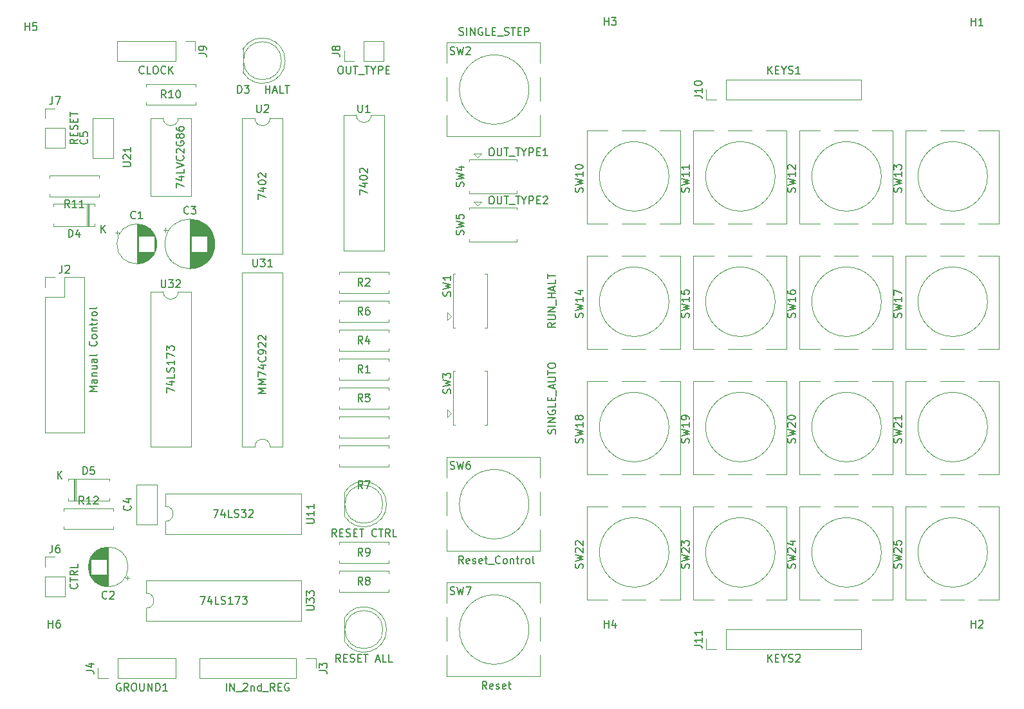
<source format=gbr>
G04 #@! TF.GenerationSoftware,KiCad,Pcbnew,(5.1.4)-1*
G04 #@! TF.CreationDate,2020-05-13T19:15:52-06:00*
G04 #@! TF.ProjectId,keyboard,6b657962-6f61-4726-942e-6b696361645f,rev?*
G04 #@! TF.SameCoordinates,Original*
G04 #@! TF.FileFunction,Legend,Top*
G04 #@! TF.FilePolarity,Positive*
%FSLAX46Y46*%
G04 Gerber Fmt 4.6, Leading zero omitted, Abs format (unit mm)*
G04 Created by KiCad (PCBNEW (5.1.4)-1) date 2020-05-13 19:15:52*
%MOMM*%
%LPD*%
G04 APERTURE LIST*
%ADD10C,0.120000*%
%ADD11C,0.150000*%
G04 APERTURE END LIST*
D10*
X80925000Y-65659000D02*
X80925000Y-58547000D01*
X80925000Y-58547000D02*
X81235000Y-58547000D01*
X85445000Y-58547000D02*
X85445000Y-65659000D01*
X81235000Y-65659000D02*
X80925000Y-65659000D01*
X85445000Y-65659000D02*
X85135000Y-65659000D01*
X85445000Y-58547000D02*
X85135000Y-58547000D01*
X80225000Y-64635000D02*
X80725000Y-64135000D01*
X80725000Y-64135000D02*
X80225000Y-63635000D01*
X80225000Y-63635000D02*
X80225000Y-64635000D01*
X80225000Y-76462000D02*
X80225000Y-77462000D01*
X80725000Y-76962000D02*
X80225000Y-76462000D01*
X80225000Y-77462000D02*
X80725000Y-76962000D01*
X85445000Y-71374000D02*
X85135000Y-71374000D01*
X85445000Y-78486000D02*
X85135000Y-78486000D01*
X81235000Y-78486000D02*
X80925000Y-78486000D01*
X85445000Y-71374000D02*
X85445000Y-78486000D01*
X80925000Y-71374000D02*
X81235000Y-71374000D01*
X80925000Y-78486000D02*
X80925000Y-71374000D01*
X36290000Y-92175000D02*
X36290000Y-91845000D01*
X29750000Y-92175000D02*
X36290000Y-92175000D01*
X29750000Y-91845000D02*
X29750000Y-92175000D01*
X36290000Y-89435000D02*
X36290000Y-89765000D01*
X29750000Y-89435000D02*
X36290000Y-89435000D01*
X29750000Y-89765000D02*
X29750000Y-89435000D01*
X27845000Y-45620000D02*
X27845000Y-45950000D01*
X34385000Y-45620000D02*
X27845000Y-45620000D01*
X34385000Y-45950000D02*
X34385000Y-45620000D01*
X27845000Y-48360000D02*
X27845000Y-48030000D01*
X34385000Y-48360000D02*
X27845000Y-48360000D01*
X34385000Y-48030000D02*
X34385000Y-48360000D01*
X31080000Y-85525000D02*
X31080000Y-88465000D01*
X31320000Y-85525000D02*
X31320000Y-88465000D01*
X31200000Y-85525000D02*
X31200000Y-88465000D01*
X35740000Y-88465000D02*
X35740000Y-88135000D01*
X30300000Y-88465000D02*
X35740000Y-88465000D01*
X30300000Y-88135000D02*
X30300000Y-88465000D01*
X35740000Y-85525000D02*
X35740000Y-85855000D01*
X30300000Y-85525000D02*
X35740000Y-85525000D01*
X30300000Y-85855000D02*
X30300000Y-85525000D01*
X33055000Y-52270000D02*
X33055000Y-49330000D01*
X32815000Y-52270000D02*
X32815000Y-49330000D01*
X32935000Y-52270000D02*
X32935000Y-49330000D01*
X28395000Y-49330000D02*
X28395000Y-49660000D01*
X33835000Y-49330000D02*
X28395000Y-49330000D01*
X33835000Y-49660000D02*
X33835000Y-49330000D01*
X28395000Y-52270000D02*
X28395000Y-51940000D01*
X33835000Y-52270000D02*
X28395000Y-52270000D01*
X33835000Y-51940000D02*
X33835000Y-52270000D01*
X33555000Y-38040000D02*
X36295000Y-38040000D01*
X33555000Y-43280000D02*
X36295000Y-43280000D01*
X36295000Y-43280000D02*
X36295000Y-38040000D01*
X33555000Y-43280000D02*
X33555000Y-38040000D01*
X39270000Y-86300000D02*
X42010000Y-86300000D01*
X39270000Y-91540000D02*
X42010000Y-91540000D01*
X42010000Y-91540000D02*
X42010000Y-86300000D01*
X39270000Y-91540000D02*
X39270000Y-86300000D01*
X27245000Y-58995000D02*
X28575000Y-58995000D01*
X27245000Y-60325000D02*
X27245000Y-58995000D01*
X29845000Y-58995000D02*
X32445000Y-58995000D01*
X29845000Y-61595000D02*
X29845000Y-58995000D01*
X27245000Y-61595000D02*
X29845000Y-61595000D01*
X32445000Y-58995000D02*
X32445000Y-79435000D01*
X27245000Y-61595000D02*
X27245000Y-79435000D01*
X27245000Y-79435000D02*
X32445000Y-79435000D01*
X114240000Y-108010000D02*
X114240000Y-106680000D01*
X115570000Y-108010000D02*
X114240000Y-108010000D01*
X116840000Y-108010000D02*
X116840000Y-105350000D01*
X116840000Y-105350000D02*
X134680000Y-105350000D01*
X116840000Y-108010000D02*
X134680000Y-108010000D01*
X134680000Y-108010000D02*
X134680000Y-105350000D01*
X114240000Y-35620000D02*
X114240000Y-34290000D01*
X115570000Y-35620000D02*
X114240000Y-35620000D01*
X116840000Y-35620000D02*
X116840000Y-32960000D01*
X116840000Y-32960000D02*
X134680000Y-32960000D01*
X116840000Y-35620000D02*
X134680000Y-35620000D01*
X134680000Y-35620000D02*
X134680000Y-32960000D01*
X47085000Y-36295000D02*
X47085000Y-35965000D01*
X40545000Y-36295000D02*
X47085000Y-36295000D01*
X40545000Y-35965000D02*
X40545000Y-36295000D01*
X47085000Y-33555000D02*
X47085000Y-33885000D01*
X40545000Y-33555000D02*
X47085000Y-33555000D01*
X40545000Y-33885000D02*
X40545000Y-33555000D01*
X72485000Y-96620000D02*
X72485000Y-96290000D01*
X65945000Y-96620000D02*
X72485000Y-96620000D01*
X65945000Y-96290000D02*
X65945000Y-96620000D01*
X72485000Y-93880000D02*
X72485000Y-94210000D01*
X65945000Y-93880000D02*
X72485000Y-93880000D01*
X65945000Y-94210000D02*
X65945000Y-93880000D01*
X72485000Y-100430000D02*
X72485000Y-100100000D01*
X65945000Y-100430000D02*
X72485000Y-100430000D01*
X65945000Y-100100000D02*
X65945000Y-100430000D01*
X72485000Y-97690000D02*
X72485000Y-98020000D01*
X65945000Y-97690000D02*
X72485000Y-97690000D01*
X65945000Y-98020000D02*
X65945000Y-97690000D01*
X47050000Y-27880000D02*
X47050000Y-29210000D01*
X45720000Y-27880000D02*
X47050000Y-27880000D01*
X44450000Y-27880000D02*
X44450000Y-30540000D01*
X44450000Y-30540000D02*
X36770000Y-30540000D01*
X44450000Y-27880000D02*
X36770000Y-27880000D01*
X36770000Y-27880000D02*
X36770000Y-30540000D01*
X53320000Y-28935000D02*
X53320000Y-32025000D01*
X58380000Y-30480000D02*
G75*
G03X58380000Y-30480000I-2500000J0D01*
G01*
X58870000Y-30479538D02*
G75*
G02X53320000Y-32024830I-2990000J-462D01*
G01*
X58870000Y-30480462D02*
G75*
G03X53320000Y-28935170I-2990000J462D01*
G01*
X72205000Y-88900462D02*
G75*
G03X66655000Y-87355170I-2990000J462D01*
G01*
X72205000Y-88899538D02*
G75*
G02X66655000Y-90444830I-2990000J-462D01*
G01*
X71715000Y-88900000D02*
G75*
G03X71715000Y-88900000I-2500000J0D01*
G01*
X66655000Y-87355000D02*
X66655000Y-90445000D01*
X72205000Y-105410462D02*
G75*
G03X66655000Y-103865170I-2990000J462D01*
G01*
X72205000Y-105409538D02*
G75*
G02X66655000Y-106954830I-2990000J-462D01*
G01*
X71715000Y-105410000D02*
G75*
G03X71715000Y-105410000I-2500000J0D01*
G01*
X66655000Y-103865000D02*
X66655000Y-106955000D01*
X65945000Y-81180000D02*
X65945000Y-81510000D01*
X72485000Y-81180000D02*
X65945000Y-81180000D01*
X72485000Y-81510000D02*
X72485000Y-81180000D01*
X65945000Y-83920000D02*
X65945000Y-83590000D01*
X72485000Y-83920000D02*
X65945000Y-83920000D01*
X72485000Y-83590000D02*
X72485000Y-83920000D01*
X65945000Y-58320000D02*
X65945000Y-58650000D01*
X72485000Y-58320000D02*
X65945000Y-58320000D01*
X72485000Y-58650000D02*
X72485000Y-58320000D01*
X65945000Y-61060000D02*
X65945000Y-60730000D01*
X72485000Y-61060000D02*
X65945000Y-61060000D01*
X72485000Y-60730000D02*
X72485000Y-61060000D01*
X72485000Y-80110000D02*
X72485000Y-79780000D01*
X65945000Y-80110000D02*
X72485000Y-80110000D01*
X65945000Y-79780000D02*
X65945000Y-80110000D01*
X72485000Y-77370000D02*
X72485000Y-77700000D01*
X65945000Y-77370000D02*
X72485000Y-77370000D01*
X65945000Y-77700000D02*
X65945000Y-77370000D01*
X62925000Y-109160000D02*
X62925000Y-110490000D01*
X61595000Y-109160000D02*
X62925000Y-109160000D01*
X60325000Y-109160000D02*
X60325000Y-111820000D01*
X60325000Y-111820000D02*
X47565000Y-111820000D01*
X60325000Y-109160000D02*
X47565000Y-109160000D01*
X47565000Y-109160000D02*
X47565000Y-111820000D01*
X43149759Y-52456000D02*
X43149759Y-53086000D01*
X42834759Y-52771000D02*
X43464759Y-52771000D01*
X49576000Y-54208000D02*
X49576000Y-55012000D01*
X49536000Y-53977000D02*
X49536000Y-55243000D01*
X49496000Y-53808000D02*
X49496000Y-55412000D01*
X49456000Y-53670000D02*
X49456000Y-55550000D01*
X49416000Y-53551000D02*
X49416000Y-55669000D01*
X49376000Y-53445000D02*
X49376000Y-55775000D01*
X49336000Y-53348000D02*
X49336000Y-55872000D01*
X49296000Y-53260000D02*
X49296000Y-55960000D01*
X49256000Y-53178000D02*
X49256000Y-56042000D01*
X49216000Y-53101000D02*
X49216000Y-56119000D01*
X49176000Y-53029000D02*
X49176000Y-56191000D01*
X49136000Y-52960000D02*
X49136000Y-56260000D01*
X49096000Y-52896000D02*
X49096000Y-56324000D01*
X49056000Y-52834000D02*
X49056000Y-56386000D01*
X49016000Y-52776000D02*
X49016000Y-56444000D01*
X48976000Y-52720000D02*
X48976000Y-56500000D01*
X48936000Y-52666000D02*
X48936000Y-56554000D01*
X48896000Y-52615000D02*
X48896000Y-56605000D01*
X48856000Y-52566000D02*
X48856000Y-56654000D01*
X48816000Y-52518000D02*
X48816000Y-56702000D01*
X48776000Y-52473000D02*
X48776000Y-56747000D01*
X48736000Y-52428000D02*
X48736000Y-56792000D01*
X48696000Y-52386000D02*
X48696000Y-56834000D01*
X48656000Y-52345000D02*
X48656000Y-56875000D01*
X48616000Y-55650000D02*
X48616000Y-56915000D01*
X48616000Y-52305000D02*
X48616000Y-53570000D01*
X48576000Y-55650000D02*
X48576000Y-56953000D01*
X48576000Y-52267000D02*
X48576000Y-53570000D01*
X48536000Y-55650000D02*
X48536000Y-56990000D01*
X48536000Y-52230000D02*
X48536000Y-53570000D01*
X48496000Y-55650000D02*
X48496000Y-57026000D01*
X48496000Y-52194000D02*
X48496000Y-53570000D01*
X48456000Y-55650000D02*
X48456000Y-57060000D01*
X48456000Y-52160000D02*
X48456000Y-53570000D01*
X48416000Y-55650000D02*
X48416000Y-57094000D01*
X48416000Y-52126000D02*
X48416000Y-53570000D01*
X48376000Y-55650000D02*
X48376000Y-57126000D01*
X48376000Y-52094000D02*
X48376000Y-53570000D01*
X48336000Y-55650000D02*
X48336000Y-57158000D01*
X48336000Y-52062000D02*
X48336000Y-53570000D01*
X48296000Y-55650000D02*
X48296000Y-57188000D01*
X48296000Y-52032000D02*
X48296000Y-53570000D01*
X48256000Y-55650000D02*
X48256000Y-57217000D01*
X48256000Y-52003000D02*
X48256000Y-53570000D01*
X48216000Y-55650000D02*
X48216000Y-57246000D01*
X48216000Y-51974000D02*
X48216000Y-53570000D01*
X48176000Y-55650000D02*
X48176000Y-57274000D01*
X48176000Y-51946000D02*
X48176000Y-53570000D01*
X48136000Y-55650000D02*
X48136000Y-57300000D01*
X48136000Y-51920000D02*
X48136000Y-53570000D01*
X48096000Y-55650000D02*
X48096000Y-57326000D01*
X48096000Y-51894000D02*
X48096000Y-53570000D01*
X48056000Y-55650000D02*
X48056000Y-57352000D01*
X48056000Y-51868000D02*
X48056000Y-53570000D01*
X48016000Y-55650000D02*
X48016000Y-57376000D01*
X48016000Y-51844000D02*
X48016000Y-53570000D01*
X47976000Y-55650000D02*
X47976000Y-57400000D01*
X47976000Y-51820000D02*
X47976000Y-53570000D01*
X47936000Y-55650000D02*
X47936000Y-57422000D01*
X47936000Y-51798000D02*
X47936000Y-53570000D01*
X47896000Y-55650000D02*
X47896000Y-57444000D01*
X47896000Y-51776000D02*
X47896000Y-53570000D01*
X47856000Y-55650000D02*
X47856000Y-57466000D01*
X47856000Y-51754000D02*
X47856000Y-53570000D01*
X47816000Y-55650000D02*
X47816000Y-57486000D01*
X47816000Y-51734000D02*
X47816000Y-53570000D01*
X47776000Y-55650000D02*
X47776000Y-57506000D01*
X47776000Y-51714000D02*
X47776000Y-53570000D01*
X47736000Y-55650000D02*
X47736000Y-57526000D01*
X47736000Y-51694000D02*
X47736000Y-53570000D01*
X47696000Y-55650000D02*
X47696000Y-57544000D01*
X47696000Y-51676000D02*
X47696000Y-53570000D01*
X47656000Y-55650000D02*
X47656000Y-57562000D01*
X47656000Y-51658000D02*
X47656000Y-53570000D01*
X47616000Y-55650000D02*
X47616000Y-57580000D01*
X47616000Y-51640000D02*
X47616000Y-53570000D01*
X47576000Y-55650000D02*
X47576000Y-57596000D01*
X47576000Y-51624000D02*
X47576000Y-53570000D01*
X47536000Y-55650000D02*
X47536000Y-57612000D01*
X47536000Y-51608000D02*
X47536000Y-53570000D01*
X47496000Y-55650000D02*
X47496000Y-57628000D01*
X47496000Y-51592000D02*
X47496000Y-53570000D01*
X47456000Y-55650000D02*
X47456000Y-57643000D01*
X47456000Y-51577000D02*
X47456000Y-53570000D01*
X47416000Y-55650000D02*
X47416000Y-57657000D01*
X47416000Y-51563000D02*
X47416000Y-53570000D01*
X47376000Y-55650000D02*
X47376000Y-57671000D01*
X47376000Y-51549000D02*
X47376000Y-53570000D01*
X47336000Y-55650000D02*
X47336000Y-57684000D01*
X47336000Y-51536000D02*
X47336000Y-53570000D01*
X47296000Y-55650000D02*
X47296000Y-57696000D01*
X47296000Y-51524000D02*
X47296000Y-53570000D01*
X47256000Y-55650000D02*
X47256000Y-57708000D01*
X47256000Y-51512000D02*
X47256000Y-53570000D01*
X47216000Y-55650000D02*
X47216000Y-57720000D01*
X47216000Y-51500000D02*
X47216000Y-53570000D01*
X47176000Y-55650000D02*
X47176000Y-57731000D01*
X47176000Y-51489000D02*
X47176000Y-53570000D01*
X47136000Y-55650000D02*
X47136000Y-57741000D01*
X47136000Y-51479000D02*
X47136000Y-53570000D01*
X47096000Y-55650000D02*
X47096000Y-57751000D01*
X47096000Y-51469000D02*
X47096000Y-53570000D01*
X47056000Y-55650000D02*
X47056000Y-57760000D01*
X47056000Y-51460000D02*
X47056000Y-53570000D01*
X47015000Y-55650000D02*
X47015000Y-57769000D01*
X47015000Y-51451000D02*
X47015000Y-53570000D01*
X46975000Y-55650000D02*
X46975000Y-57777000D01*
X46975000Y-51443000D02*
X46975000Y-53570000D01*
X46935000Y-55650000D02*
X46935000Y-57785000D01*
X46935000Y-51435000D02*
X46935000Y-53570000D01*
X46895000Y-55650000D02*
X46895000Y-57792000D01*
X46895000Y-51428000D02*
X46895000Y-53570000D01*
X46855000Y-55650000D02*
X46855000Y-57799000D01*
X46855000Y-51421000D02*
X46855000Y-53570000D01*
X46815000Y-55650000D02*
X46815000Y-57805000D01*
X46815000Y-51415000D02*
X46815000Y-53570000D01*
X46775000Y-55650000D02*
X46775000Y-57811000D01*
X46775000Y-51409000D02*
X46775000Y-53570000D01*
X46735000Y-55650000D02*
X46735000Y-57816000D01*
X46735000Y-51404000D02*
X46735000Y-53570000D01*
X46695000Y-55650000D02*
X46695000Y-57821000D01*
X46695000Y-51399000D02*
X46695000Y-53570000D01*
X46655000Y-55650000D02*
X46655000Y-57825000D01*
X46655000Y-51395000D02*
X46655000Y-53570000D01*
X46615000Y-55650000D02*
X46615000Y-57828000D01*
X46615000Y-51392000D02*
X46615000Y-53570000D01*
X46575000Y-55650000D02*
X46575000Y-57832000D01*
X46575000Y-51388000D02*
X46575000Y-53570000D01*
X46535000Y-51386000D02*
X46535000Y-57834000D01*
X46495000Y-51383000D02*
X46495000Y-57837000D01*
X46455000Y-51382000D02*
X46455000Y-57838000D01*
X46415000Y-51380000D02*
X46415000Y-57840000D01*
X46375000Y-51380000D02*
X46375000Y-57840000D01*
X46335000Y-51380000D02*
X46335000Y-57840000D01*
X49605000Y-54610000D02*
G75*
G03X49605000Y-54610000I-3270000J0D01*
G01*
X46465000Y-38040000D02*
X44815000Y-38040000D01*
X46465000Y-48320000D02*
X46465000Y-38040000D01*
X41165000Y-48320000D02*
X46465000Y-48320000D01*
X41165000Y-38040000D02*
X41165000Y-48320000D01*
X42815000Y-38040000D02*
X41165000Y-38040000D01*
X44815000Y-38040000D02*
G75*
G02X42815000Y-38040000I-1000000J0D01*
G01*
X140495000Y-89200000D02*
X143215000Y-89200000D01*
X150075000Y-89200000D02*
X152795000Y-89200000D01*
X148215000Y-101500000D02*
X145075000Y-101500000D01*
X152795000Y-101500000D02*
X150075000Y-101500000D01*
X151264050Y-95250000D02*
G75*
G03X151264050Y-95250000I-4579050J0D01*
G01*
X143215000Y-101500000D02*
X140495000Y-101500000D01*
X152795000Y-89200000D02*
X152795000Y-101500000D01*
X145075000Y-89200000D02*
X148215000Y-89200000D01*
X140495000Y-101500000D02*
X140495000Y-89200000D01*
X126525000Y-89200000D02*
X129245000Y-89200000D01*
X136105000Y-89200000D02*
X138825000Y-89200000D01*
X134245000Y-101500000D02*
X131105000Y-101500000D01*
X138825000Y-101500000D02*
X136105000Y-101500000D01*
X137294050Y-95250000D02*
G75*
G03X137294050Y-95250000I-4579050J0D01*
G01*
X129245000Y-101500000D02*
X126525000Y-101500000D01*
X138825000Y-89200000D02*
X138825000Y-101500000D01*
X131105000Y-89200000D02*
X134245000Y-89200000D01*
X126525000Y-101500000D02*
X126525000Y-89200000D01*
X112555000Y-89200000D02*
X115275000Y-89200000D01*
X122135000Y-89200000D02*
X124855000Y-89200000D01*
X120275000Y-101500000D02*
X117135000Y-101500000D01*
X124855000Y-101500000D02*
X122135000Y-101500000D01*
X123324050Y-95250000D02*
G75*
G03X123324050Y-95250000I-4579050J0D01*
G01*
X115275000Y-101500000D02*
X112555000Y-101500000D01*
X124855000Y-89200000D02*
X124855000Y-101500000D01*
X117135000Y-89200000D02*
X120275000Y-89200000D01*
X112555000Y-101500000D02*
X112555000Y-89200000D01*
X98585000Y-89200000D02*
X101305000Y-89200000D01*
X108165000Y-89200000D02*
X110885000Y-89200000D01*
X106305000Y-101500000D02*
X103165000Y-101500000D01*
X110885000Y-101500000D02*
X108165000Y-101500000D01*
X109354050Y-95250000D02*
G75*
G03X109354050Y-95250000I-4579050J0D01*
G01*
X101305000Y-101500000D02*
X98585000Y-101500000D01*
X110885000Y-89200000D02*
X110885000Y-101500000D01*
X103165000Y-89200000D02*
X106305000Y-89200000D01*
X98585000Y-101500000D02*
X98585000Y-89200000D01*
X140495000Y-72690000D02*
X143215000Y-72690000D01*
X150075000Y-72690000D02*
X152795000Y-72690000D01*
X148215000Y-84990000D02*
X145075000Y-84990000D01*
X152795000Y-84990000D02*
X150075000Y-84990000D01*
X151264050Y-78740000D02*
G75*
G03X151264050Y-78740000I-4579050J0D01*
G01*
X143215000Y-84990000D02*
X140495000Y-84990000D01*
X152795000Y-72690000D02*
X152795000Y-84990000D01*
X145075000Y-72690000D02*
X148215000Y-72690000D01*
X140495000Y-84990000D02*
X140495000Y-72690000D01*
X126525000Y-72690000D02*
X129245000Y-72690000D01*
X136105000Y-72690000D02*
X138825000Y-72690000D01*
X134245000Y-84990000D02*
X131105000Y-84990000D01*
X138825000Y-84990000D02*
X136105000Y-84990000D01*
X137294050Y-78740000D02*
G75*
G03X137294050Y-78740000I-4579050J0D01*
G01*
X129245000Y-84990000D02*
X126525000Y-84990000D01*
X138825000Y-72690000D02*
X138825000Y-84990000D01*
X131105000Y-72690000D02*
X134245000Y-72690000D01*
X126525000Y-84990000D02*
X126525000Y-72690000D01*
X112555000Y-72690000D02*
X115275000Y-72690000D01*
X122135000Y-72690000D02*
X124855000Y-72690000D01*
X120275000Y-84990000D02*
X117135000Y-84990000D01*
X124855000Y-84990000D02*
X122135000Y-84990000D01*
X123324050Y-78740000D02*
G75*
G03X123324050Y-78740000I-4579050J0D01*
G01*
X115275000Y-84990000D02*
X112555000Y-84990000D01*
X124855000Y-72690000D02*
X124855000Y-84990000D01*
X117135000Y-72690000D02*
X120275000Y-72690000D01*
X112555000Y-84990000D02*
X112555000Y-72690000D01*
X98585000Y-72690000D02*
X101305000Y-72690000D01*
X108165000Y-72690000D02*
X110885000Y-72690000D01*
X106305000Y-84990000D02*
X103165000Y-84990000D01*
X110885000Y-84990000D02*
X108165000Y-84990000D01*
X109354050Y-78740000D02*
G75*
G03X109354050Y-78740000I-4579050J0D01*
G01*
X101305000Y-84990000D02*
X98585000Y-84990000D01*
X110885000Y-72690000D02*
X110885000Y-84990000D01*
X103165000Y-72690000D02*
X106305000Y-72690000D01*
X98585000Y-84990000D02*
X98585000Y-72690000D01*
X140495000Y-56180000D02*
X143215000Y-56180000D01*
X150075000Y-56180000D02*
X152795000Y-56180000D01*
X148215000Y-68480000D02*
X145075000Y-68480000D01*
X152795000Y-68480000D02*
X150075000Y-68480000D01*
X151264050Y-62230000D02*
G75*
G03X151264050Y-62230000I-4579050J0D01*
G01*
X143215000Y-68480000D02*
X140495000Y-68480000D01*
X152795000Y-56180000D02*
X152795000Y-68480000D01*
X145075000Y-56180000D02*
X148215000Y-56180000D01*
X140495000Y-68480000D02*
X140495000Y-56180000D01*
X126525000Y-56180000D02*
X129245000Y-56180000D01*
X136105000Y-56180000D02*
X138825000Y-56180000D01*
X134245000Y-68480000D02*
X131105000Y-68480000D01*
X138825000Y-68480000D02*
X136105000Y-68480000D01*
X137294050Y-62230000D02*
G75*
G03X137294050Y-62230000I-4579050J0D01*
G01*
X129245000Y-68480000D02*
X126525000Y-68480000D01*
X138825000Y-56180000D02*
X138825000Y-68480000D01*
X131105000Y-56180000D02*
X134245000Y-56180000D01*
X126525000Y-68480000D02*
X126525000Y-56180000D01*
X112555000Y-56180000D02*
X115275000Y-56180000D01*
X122135000Y-56180000D02*
X124855000Y-56180000D01*
X120275000Y-68480000D02*
X117135000Y-68480000D01*
X124855000Y-68480000D02*
X122135000Y-68480000D01*
X123324050Y-62230000D02*
G75*
G03X123324050Y-62230000I-4579050J0D01*
G01*
X115275000Y-68480000D02*
X112555000Y-68480000D01*
X124855000Y-56180000D02*
X124855000Y-68480000D01*
X117135000Y-56180000D02*
X120275000Y-56180000D01*
X112555000Y-68480000D02*
X112555000Y-56180000D01*
X98585000Y-56180000D02*
X101305000Y-56180000D01*
X108165000Y-56180000D02*
X110885000Y-56180000D01*
X106305000Y-68480000D02*
X103165000Y-68480000D01*
X110885000Y-68480000D02*
X108165000Y-68480000D01*
X109354050Y-62230000D02*
G75*
G03X109354050Y-62230000I-4579050J0D01*
G01*
X101305000Y-68480000D02*
X98585000Y-68480000D01*
X110885000Y-56180000D02*
X110885000Y-68480000D01*
X103165000Y-56180000D02*
X106305000Y-56180000D01*
X98585000Y-68480000D02*
X98585000Y-56180000D01*
X140495000Y-39670000D02*
X143215000Y-39670000D01*
X150075000Y-39670000D02*
X152795000Y-39670000D01*
X148215000Y-51970000D02*
X145075000Y-51970000D01*
X152795000Y-51970000D02*
X150075000Y-51970000D01*
X151264050Y-45720000D02*
G75*
G03X151264050Y-45720000I-4579050J0D01*
G01*
X143215000Y-51970000D02*
X140495000Y-51970000D01*
X152795000Y-39670000D02*
X152795000Y-51970000D01*
X145075000Y-39670000D02*
X148215000Y-39670000D01*
X140495000Y-51970000D02*
X140495000Y-39670000D01*
X126525000Y-39670000D02*
X129245000Y-39670000D01*
X136105000Y-39670000D02*
X138825000Y-39670000D01*
X134245000Y-51970000D02*
X131105000Y-51970000D01*
X138825000Y-51970000D02*
X136105000Y-51970000D01*
X137294050Y-45720000D02*
G75*
G03X137294050Y-45720000I-4579050J0D01*
G01*
X129245000Y-51970000D02*
X126525000Y-51970000D01*
X138825000Y-39670000D02*
X138825000Y-51970000D01*
X131105000Y-39670000D02*
X134245000Y-39670000D01*
X126525000Y-51970000D02*
X126525000Y-39670000D01*
X112555000Y-39670000D02*
X115275000Y-39670000D01*
X122135000Y-39670000D02*
X124855000Y-39670000D01*
X120275000Y-51970000D02*
X117135000Y-51970000D01*
X124855000Y-51970000D02*
X122135000Y-51970000D01*
X123324050Y-45720000D02*
G75*
G03X123324050Y-45720000I-4579050J0D01*
G01*
X115275000Y-51970000D02*
X112555000Y-51970000D01*
X124855000Y-39670000D02*
X124855000Y-51970000D01*
X117135000Y-39670000D02*
X120275000Y-39670000D01*
X112555000Y-51970000D02*
X112555000Y-39670000D01*
X98585000Y-39670000D02*
X101305000Y-39670000D01*
X108165000Y-39670000D02*
X110885000Y-39670000D01*
X106305000Y-51970000D02*
X103165000Y-51970000D01*
X110885000Y-51970000D02*
X108165000Y-51970000D01*
X109354050Y-45720000D02*
G75*
G03X109354050Y-45720000I-4579050J0D01*
G01*
X101305000Y-51970000D02*
X98585000Y-51970000D01*
X110885000Y-39670000D02*
X110885000Y-51970000D01*
X103165000Y-39670000D02*
X106305000Y-39670000D01*
X98585000Y-51970000D02*
X98585000Y-39670000D01*
X40580000Y-98950000D02*
X40580000Y-100600000D01*
X61020000Y-98950000D02*
X40580000Y-98950000D01*
X61020000Y-104250000D02*
X61020000Y-98950000D01*
X40580000Y-104250000D02*
X61020000Y-104250000D01*
X40580000Y-102600000D02*
X40580000Y-104250000D01*
X40580000Y-100600000D02*
G75*
G02X40580000Y-102600000I0J-1000000D01*
G01*
X46465000Y-60900000D02*
X44815000Y-60900000D01*
X46465000Y-81340000D02*
X46465000Y-60900000D01*
X41165000Y-81340000D02*
X46465000Y-81340000D01*
X41165000Y-60900000D02*
X41165000Y-81340000D01*
X42815000Y-60900000D02*
X41165000Y-60900000D01*
X44815000Y-60900000D02*
G75*
G02X42815000Y-60900000I-1000000J0D01*
G01*
X53230000Y-81340000D02*
X54880000Y-81340000D01*
X53230000Y-58360000D02*
X53230000Y-81340000D01*
X58530000Y-58360000D02*
X53230000Y-58360000D01*
X58530000Y-81340000D02*
X58530000Y-58360000D01*
X56880000Y-81340000D02*
X58530000Y-81340000D01*
X54880000Y-81340000D02*
G75*
G02X56880000Y-81340000I1000000J0D01*
G01*
X43120000Y-87520000D02*
X43120000Y-89170000D01*
X61020000Y-87520000D02*
X43120000Y-87520000D01*
X61020000Y-92820000D02*
X61020000Y-87520000D01*
X43120000Y-92820000D02*
X61020000Y-92820000D01*
X43120000Y-91170000D02*
X43120000Y-92820000D01*
X43120000Y-89170000D02*
G75*
G02X43120000Y-91170000I0J-1000000D01*
G01*
X58530000Y-38040000D02*
X56880000Y-38040000D01*
X58530000Y-55940000D02*
X58530000Y-38040000D01*
X53230000Y-55940000D02*
X58530000Y-55940000D01*
X53230000Y-38040000D02*
X53230000Y-55940000D01*
X54880000Y-38040000D02*
X53230000Y-38040000D01*
X56880000Y-38040000D02*
G75*
G02X54880000Y-38040000I-1000000J0D01*
G01*
X71865000Y-37615000D02*
X70215000Y-37615000D01*
X71865000Y-55515000D02*
X71865000Y-37615000D01*
X66565000Y-55515000D02*
X71865000Y-55515000D01*
X66565000Y-37615000D02*
X66565000Y-55515000D01*
X68215000Y-37615000D02*
X66565000Y-37615000D01*
X70215000Y-37615000D02*
G75*
G02X68215000Y-37615000I-1000000J0D01*
G01*
X92410000Y-99220000D02*
X92410000Y-101940000D01*
X92410000Y-108800000D02*
X92410000Y-111520000D01*
X80110000Y-106940000D02*
X80110000Y-103800000D01*
X80110000Y-111520000D02*
X80110000Y-108800000D01*
X90939050Y-105410000D02*
G75*
G03X90939050Y-105410000I-4579050J0D01*
G01*
X80110000Y-101940000D02*
X80110000Y-99220000D01*
X92410000Y-111520000D02*
X80110000Y-111520000D01*
X92410000Y-103800000D02*
X92410000Y-106940000D01*
X80110000Y-99220000D02*
X92410000Y-99220000D01*
X92410000Y-82710000D02*
X92410000Y-85430000D01*
X92410000Y-92290000D02*
X92410000Y-95010000D01*
X80110000Y-90430000D02*
X80110000Y-87290000D01*
X80110000Y-95010000D02*
X80110000Y-92290000D01*
X90939050Y-88900000D02*
G75*
G03X90939050Y-88900000I-4579050J0D01*
G01*
X80110000Y-85430000D02*
X80110000Y-82710000D01*
X92410000Y-95010000D02*
X80110000Y-95010000D01*
X92410000Y-87290000D02*
X92410000Y-90430000D01*
X80110000Y-82710000D02*
X92410000Y-82710000D01*
X83061000Y-49810000D02*
X89341000Y-49810000D01*
X89341000Y-49810000D02*
X89341000Y-50120000D01*
X89341000Y-54330000D02*
X83061000Y-54330000D01*
X83061000Y-50120000D02*
X83061000Y-49810000D01*
X83061000Y-54330000D02*
X83061000Y-54020000D01*
X89341000Y-54330000D02*
X89341000Y-54020000D01*
X83701000Y-49110000D02*
X84201000Y-49610000D01*
X84201000Y-49610000D02*
X84701000Y-49110000D01*
X84701000Y-49110000D02*
X83701000Y-49110000D01*
X83061000Y-43460000D02*
X89341000Y-43460000D01*
X89341000Y-43460000D02*
X89341000Y-43770000D01*
X89341000Y-47980000D02*
X83061000Y-47980000D01*
X83061000Y-43770000D02*
X83061000Y-43460000D01*
X83061000Y-47980000D02*
X83061000Y-47670000D01*
X89341000Y-47980000D02*
X89341000Y-47670000D01*
X83701000Y-42760000D02*
X84201000Y-43260000D01*
X84201000Y-43260000D02*
X84701000Y-42760000D01*
X84701000Y-42760000D02*
X83701000Y-42760000D01*
X92410000Y-28100000D02*
X92410000Y-30820000D01*
X92410000Y-37680000D02*
X92410000Y-40400000D01*
X80110000Y-35820000D02*
X80110000Y-32680000D01*
X80110000Y-40400000D02*
X80110000Y-37680000D01*
X90939050Y-34290000D02*
G75*
G03X90939050Y-34290000I-4579050J0D01*
G01*
X80110000Y-30820000D02*
X80110000Y-28100000D01*
X92410000Y-40400000D02*
X80110000Y-40400000D01*
X92410000Y-32680000D02*
X92410000Y-35820000D01*
X80110000Y-28100000D02*
X92410000Y-28100000D01*
X72485000Y-68680000D02*
X72485000Y-68350000D01*
X65945000Y-68680000D02*
X72485000Y-68680000D01*
X65945000Y-68350000D02*
X65945000Y-68680000D01*
X72485000Y-65940000D02*
X72485000Y-66270000D01*
X65945000Y-65940000D02*
X72485000Y-65940000D01*
X65945000Y-66270000D02*
X65945000Y-65940000D01*
X72485000Y-76300000D02*
X72485000Y-75970000D01*
X65945000Y-76300000D02*
X72485000Y-76300000D01*
X65945000Y-75970000D02*
X65945000Y-76300000D01*
X72485000Y-73560000D02*
X72485000Y-73890000D01*
X65945000Y-73560000D02*
X72485000Y-73560000D01*
X65945000Y-73890000D02*
X65945000Y-73560000D01*
X72485000Y-64870000D02*
X72485000Y-64540000D01*
X65945000Y-64870000D02*
X72485000Y-64870000D01*
X65945000Y-64540000D02*
X65945000Y-64870000D01*
X72485000Y-62130000D02*
X72485000Y-62460000D01*
X65945000Y-62130000D02*
X72485000Y-62130000D01*
X65945000Y-62460000D02*
X65945000Y-62130000D01*
X72485000Y-72490000D02*
X72485000Y-72160000D01*
X65945000Y-72490000D02*
X72485000Y-72490000D01*
X65945000Y-72160000D02*
X65945000Y-72490000D01*
X72485000Y-69750000D02*
X72485000Y-70080000D01*
X65945000Y-69750000D02*
X72485000Y-69750000D01*
X65945000Y-70080000D02*
X65945000Y-69750000D01*
X66615000Y-30540000D02*
X66615000Y-29210000D01*
X67945000Y-30540000D02*
X66615000Y-30540000D01*
X69215000Y-30540000D02*
X69215000Y-27880000D01*
X69215000Y-27880000D02*
X71815000Y-27880000D01*
X69215000Y-30540000D02*
X71815000Y-30540000D01*
X71815000Y-30540000D02*
X71815000Y-27880000D01*
X27245000Y-36770000D02*
X28575000Y-36770000D01*
X27245000Y-38100000D02*
X27245000Y-36770000D01*
X27245000Y-39370000D02*
X29905000Y-39370000D01*
X29905000Y-39370000D02*
X29905000Y-41970000D01*
X27245000Y-39370000D02*
X27245000Y-41970000D01*
X27245000Y-41970000D02*
X29905000Y-41970000D01*
X27245000Y-95825000D02*
X28575000Y-95825000D01*
X27245000Y-97155000D02*
X27245000Y-95825000D01*
X27245000Y-98425000D02*
X29905000Y-98425000D01*
X29905000Y-98425000D02*
X29905000Y-101025000D01*
X27245000Y-98425000D02*
X27245000Y-101025000D01*
X27245000Y-101025000D02*
X29905000Y-101025000D01*
X34230000Y-111820000D02*
X34230000Y-110490000D01*
X35560000Y-111820000D02*
X34230000Y-111820000D01*
X36830000Y-111820000D02*
X36830000Y-109160000D01*
X36830000Y-109160000D02*
X44510000Y-109160000D01*
X36830000Y-111820000D02*
X44510000Y-111820000D01*
X44510000Y-111820000D02*
X44510000Y-109160000D01*
X38134775Y-98880000D02*
X38134775Y-98380000D01*
X38384775Y-98630000D02*
X37884775Y-98630000D01*
X32979000Y-97439000D02*
X32979000Y-96871000D01*
X33019000Y-97673000D02*
X33019000Y-96637000D01*
X33059000Y-97832000D02*
X33059000Y-96478000D01*
X33099000Y-97960000D02*
X33099000Y-96350000D01*
X33139000Y-98070000D02*
X33139000Y-96240000D01*
X33179000Y-98166000D02*
X33179000Y-96144000D01*
X33219000Y-98253000D02*
X33219000Y-96057000D01*
X33259000Y-98333000D02*
X33259000Y-95977000D01*
X33299000Y-96115000D02*
X33299000Y-95904000D01*
X33299000Y-98406000D02*
X33299000Y-98195000D01*
X33339000Y-96115000D02*
X33339000Y-95836000D01*
X33339000Y-98474000D02*
X33339000Y-98195000D01*
X33379000Y-96115000D02*
X33379000Y-95772000D01*
X33379000Y-98538000D02*
X33379000Y-98195000D01*
X33419000Y-96115000D02*
X33419000Y-95712000D01*
X33419000Y-98598000D02*
X33419000Y-98195000D01*
X33459000Y-96115000D02*
X33459000Y-95655000D01*
X33459000Y-98655000D02*
X33459000Y-98195000D01*
X33499000Y-96115000D02*
X33499000Y-95601000D01*
X33499000Y-98709000D02*
X33499000Y-98195000D01*
X33539000Y-96115000D02*
X33539000Y-95550000D01*
X33539000Y-98760000D02*
X33539000Y-98195000D01*
X33579000Y-96115000D02*
X33579000Y-95502000D01*
X33579000Y-98808000D02*
X33579000Y-98195000D01*
X33619000Y-96115000D02*
X33619000Y-95456000D01*
X33619000Y-98854000D02*
X33619000Y-98195000D01*
X33659000Y-96115000D02*
X33659000Y-95412000D01*
X33659000Y-98898000D02*
X33659000Y-98195000D01*
X33699000Y-96115000D02*
X33699000Y-95370000D01*
X33699000Y-98940000D02*
X33699000Y-98195000D01*
X33739000Y-96115000D02*
X33739000Y-95329000D01*
X33739000Y-98981000D02*
X33739000Y-98195000D01*
X33779000Y-96115000D02*
X33779000Y-95291000D01*
X33779000Y-99019000D02*
X33779000Y-98195000D01*
X33819000Y-96115000D02*
X33819000Y-95254000D01*
X33819000Y-99056000D02*
X33819000Y-98195000D01*
X33859000Y-96115000D02*
X33859000Y-95218000D01*
X33859000Y-99092000D02*
X33859000Y-98195000D01*
X33899000Y-96115000D02*
X33899000Y-95184000D01*
X33899000Y-99126000D02*
X33899000Y-98195000D01*
X33939000Y-96115000D02*
X33939000Y-95151000D01*
X33939000Y-99159000D02*
X33939000Y-98195000D01*
X33979000Y-96115000D02*
X33979000Y-95120000D01*
X33979000Y-99190000D02*
X33979000Y-98195000D01*
X34019000Y-96115000D02*
X34019000Y-95090000D01*
X34019000Y-99220000D02*
X34019000Y-98195000D01*
X34059000Y-96115000D02*
X34059000Y-95060000D01*
X34059000Y-99250000D02*
X34059000Y-98195000D01*
X34099000Y-96115000D02*
X34099000Y-95033000D01*
X34099000Y-99277000D02*
X34099000Y-98195000D01*
X34139000Y-96115000D02*
X34139000Y-95006000D01*
X34139000Y-99304000D02*
X34139000Y-98195000D01*
X34179000Y-96115000D02*
X34179000Y-94980000D01*
X34179000Y-99330000D02*
X34179000Y-98195000D01*
X34219000Y-96115000D02*
X34219000Y-94955000D01*
X34219000Y-99355000D02*
X34219000Y-98195000D01*
X34259000Y-96115000D02*
X34259000Y-94931000D01*
X34259000Y-99379000D02*
X34259000Y-98195000D01*
X34299000Y-96115000D02*
X34299000Y-94908000D01*
X34299000Y-99402000D02*
X34299000Y-98195000D01*
X34339000Y-96115000D02*
X34339000Y-94887000D01*
X34339000Y-99423000D02*
X34339000Y-98195000D01*
X34379000Y-96115000D02*
X34379000Y-94865000D01*
X34379000Y-99445000D02*
X34379000Y-98195000D01*
X34419000Y-96115000D02*
X34419000Y-94845000D01*
X34419000Y-99465000D02*
X34419000Y-98195000D01*
X34459000Y-96115000D02*
X34459000Y-94826000D01*
X34459000Y-99484000D02*
X34459000Y-98195000D01*
X34499000Y-96115000D02*
X34499000Y-94807000D01*
X34499000Y-99503000D02*
X34499000Y-98195000D01*
X34539000Y-96115000D02*
X34539000Y-94790000D01*
X34539000Y-99520000D02*
X34539000Y-98195000D01*
X34579000Y-96115000D02*
X34579000Y-94773000D01*
X34579000Y-99537000D02*
X34579000Y-98195000D01*
X34619000Y-96115000D02*
X34619000Y-94757000D01*
X34619000Y-99553000D02*
X34619000Y-98195000D01*
X34659000Y-96115000D02*
X34659000Y-94741000D01*
X34659000Y-99569000D02*
X34659000Y-98195000D01*
X34699000Y-96115000D02*
X34699000Y-94727000D01*
X34699000Y-99583000D02*
X34699000Y-98195000D01*
X34739000Y-96115000D02*
X34739000Y-94713000D01*
X34739000Y-99597000D02*
X34739000Y-98195000D01*
X34779000Y-96115000D02*
X34779000Y-94700000D01*
X34779000Y-99610000D02*
X34779000Y-98195000D01*
X34819000Y-96115000D02*
X34819000Y-94687000D01*
X34819000Y-99623000D02*
X34819000Y-98195000D01*
X34859000Y-96115000D02*
X34859000Y-94675000D01*
X34859000Y-99635000D02*
X34859000Y-98195000D01*
X34900000Y-96115000D02*
X34900000Y-94664000D01*
X34900000Y-99646000D02*
X34900000Y-98195000D01*
X34940000Y-96115000D02*
X34940000Y-94654000D01*
X34940000Y-99656000D02*
X34940000Y-98195000D01*
X34980000Y-96115000D02*
X34980000Y-94644000D01*
X34980000Y-99666000D02*
X34980000Y-98195000D01*
X35020000Y-96115000D02*
X35020000Y-94635000D01*
X35020000Y-99675000D02*
X35020000Y-98195000D01*
X35060000Y-96115000D02*
X35060000Y-94627000D01*
X35060000Y-99683000D02*
X35060000Y-98195000D01*
X35100000Y-96115000D02*
X35100000Y-94619000D01*
X35100000Y-99691000D02*
X35100000Y-98195000D01*
X35140000Y-96115000D02*
X35140000Y-94612000D01*
X35140000Y-99698000D02*
X35140000Y-98195000D01*
X35180000Y-96115000D02*
X35180000Y-94605000D01*
X35180000Y-99705000D02*
X35180000Y-98195000D01*
X35220000Y-96115000D02*
X35220000Y-94599000D01*
X35220000Y-99711000D02*
X35220000Y-98195000D01*
X35260000Y-96115000D02*
X35260000Y-94594000D01*
X35260000Y-99716000D02*
X35260000Y-98195000D01*
X35300000Y-96115000D02*
X35300000Y-94590000D01*
X35300000Y-99720000D02*
X35300000Y-98195000D01*
X35340000Y-96115000D02*
X35340000Y-94586000D01*
X35340000Y-99724000D02*
X35340000Y-98195000D01*
X35380000Y-99728000D02*
X35380000Y-94582000D01*
X35420000Y-99731000D02*
X35420000Y-94579000D01*
X35460000Y-99733000D02*
X35460000Y-94577000D01*
X35500000Y-99734000D02*
X35500000Y-94576000D01*
X35540000Y-99735000D02*
X35540000Y-94575000D01*
X35580000Y-99735000D02*
X35580000Y-94575000D01*
X38200000Y-97155000D02*
G75*
G03X38200000Y-97155000I-2620000J0D01*
G01*
X36795225Y-52885000D02*
X36795225Y-53385000D01*
X36545225Y-53135000D02*
X37045225Y-53135000D01*
X41951000Y-54326000D02*
X41951000Y-54894000D01*
X41911000Y-54092000D02*
X41911000Y-55128000D01*
X41871000Y-53933000D02*
X41871000Y-55287000D01*
X41831000Y-53805000D02*
X41831000Y-55415000D01*
X41791000Y-53695000D02*
X41791000Y-55525000D01*
X41751000Y-53599000D02*
X41751000Y-55621000D01*
X41711000Y-53512000D02*
X41711000Y-55708000D01*
X41671000Y-53432000D02*
X41671000Y-55788000D01*
X41631000Y-55650000D02*
X41631000Y-55861000D01*
X41631000Y-53359000D02*
X41631000Y-53570000D01*
X41591000Y-55650000D02*
X41591000Y-55929000D01*
X41591000Y-53291000D02*
X41591000Y-53570000D01*
X41551000Y-55650000D02*
X41551000Y-55993000D01*
X41551000Y-53227000D02*
X41551000Y-53570000D01*
X41511000Y-55650000D02*
X41511000Y-56053000D01*
X41511000Y-53167000D02*
X41511000Y-53570000D01*
X41471000Y-55650000D02*
X41471000Y-56110000D01*
X41471000Y-53110000D02*
X41471000Y-53570000D01*
X41431000Y-55650000D02*
X41431000Y-56164000D01*
X41431000Y-53056000D02*
X41431000Y-53570000D01*
X41391000Y-55650000D02*
X41391000Y-56215000D01*
X41391000Y-53005000D02*
X41391000Y-53570000D01*
X41351000Y-55650000D02*
X41351000Y-56263000D01*
X41351000Y-52957000D02*
X41351000Y-53570000D01*
X41311000Y-55650000D02*
X41311000Y-56309000D01*
X41311000Y-52911000D02*
X41311000Y-53570000D01*
X41271000Y-55650000D02*
X41271000Y-56353000D01*
X41271000Y-52867000D02*
X41271000Y-53570000D01*
X41231000Y-55650000D02*
X41231000Y-56395000D01*
X41231000Y-52825000D02*
X41231000Y-53570000D01*
X41191000Y-55650000D02*
X41191000Y-56436000D01*
X41191000Y-52784000D02*
X41191000Y-53570000D01*
X41151000Y-55650000D02*
X41151000Y-56474000D01*
X41151000Y-52746000D02*
X41151000Y-53570000D01*
X41111000Y-55650000D02*
X41111000Y-56511000D01*
X41111000Y-52709000D02*
X41111000Y-53570000D01*
X41071000Y-55650000D02*
X41071000Y-56547000D01*
X41071000Y-52673000D02*
X41071000Y-53570000D01*
X41031000Y-55650000D02*
X41031000Y-56581000D01*
X41031000Y-52639000D02*
X41031000Y-53570000D01*
X40991000Y-55650000D02*
X40991000Y-56614000D01*
X40991000Y-52606000D02*
X40991000Y-53570000D01*
X40951000Y-55650000D02*
X40951000Y-56645000D01*
X40951000Y-52575000D02*
X40951000Y-53570000D01*
X40911000Y-55650000D02*
X40911000Y-56675000D01*
X40911000Y-52545000D02*
X40911000Y-53570000D01*
X40871000Y-55650000D02*
X40871000Y-56705000D01*
X40871000Y-52515000D02*
X40871000Y-53570000D01*
X40831000Y-55650000D02*
X40831000Y-56732000D01*
X40831000Y-52488000D02*
X40831000Y-53570000D01*
X40791000Y-55650000D02*
X40791000Y-56759000D01*
X40791000Y-52461000D02*
X40791000Y-53570000D01*
X40751000Y-55650000D02*
X40751000Y-56785000D01*
X40751000Y-52435000D02*
X40751000Y-53570000D01*
X40711000Y-55650000D02*
X40711000Y-56810000D01*
X40711000Y-52410000D02*
X40711000Y-53570000D01*
X40671000Y-55650000D02*
X40671000Y-56834000D01*
X40671000Y-52386000D02*
X40671000Y-53570000D01*
X40631000Y-55650000D02*
X40631000Y-56857000D01*
X40631000Y-52363000D02*
X40631000Y-53570000D01*
X40591000Y-55650000D02*
X40591000Y-56878000D01*
X40591000Y-52342000D02*
X40591000Y-53570000D01*
X40551000Y-55650000D02*
X40551000Y-56900000D01*
X40551000Y-52320000D02*
X40551000Y-53570000D01*
X40511000Y-55650000D02*
X40511000Y-56920000D01*
X40511000Y-52300000D02*
X40511000Y-53570000D01*
X40471000Y-55650000D02*
X40471000Y-56939000D01*
X40471000Y-52281000D02*
X40471000Y-53570000D01*
X40431000Y-55650000D02*
X40431000Y-56958000D01*
X40431000Y-52262000D02*
X40431000Y-53570000D01*
X40391000Y-55650000D02*
X40391000Y-56975000D01*
X40391000Y-52245000D02*
X40391000Y-53570000D01*
X40351000Y-55650000D02*
X40351000Y-56992000D01*
X40351000Y-52228000D02*
X40351000Y-53570000D01*
X40311000Y-55650000D02*
X40311000Y-57008000D01*
X40311000Y-52212000D02*
X40311000Y-53570000D01*
X40271000Y-55650000D02*
X40271000Y-57024000D01*
X40271000Y-52196000D02*
X40271000Y-53570000D01*
X40231000Y-55650000D02*
X40231000Y-57038000D01*
X40231000Y-52182000D02*
X40231000Y-53570000D01*
X40191000Y-55650000D02*
X40191000Y-57052000D01*
X40191000Y-52168000D02*
X40191000Y-53570000D01*
X40151000Y-55650000D02*
X40151000Y-57065000D01*
X40151000Y-52155000D02*
X40151000Y-53570000D01*
X40111000Y-55650000D02*
X40111000Y-57078000D01*
X40111000Y-52142000D02*
X40111000Y-53570000D01*
X40071000Y-55650000D02*
X40071000Y-57090000D01*
X40071000Y-52130000D02*
X40071000Y-53570000D01*
X40030000Y-55650000D02*
X40030000Y-57101000D01*
X40030000Y-52119000D02*
X40030000Y-53570000D01*
X39990000Y-55650000D02*
X39990000Y-57111000D01*
X39990000Y-52109000D02*
X39990000Y-53570000D01*
X39950000Y-55650000D02*
X39950000Y-57121000D01*
X39950000Y-52099000D02*
X39950000Y-53570000D01*
X39910000Y-55650000D02*
X39910000Y-57130000D01*
X39910000Y-52090000D02*
X39910000Y-53570000D01*
X39870000Y-55650000D02*
X39870000Y-57138000D01*
X39870000Y-52082000D02*
X39870000Y-53570000D01*
X39830000Y-55650000D02*
X39830000Y-57146000D01*
X39830000Y-52074000D02*
X39830000Y-53570000D01*
X39790000Y-55650000D02*
X39790000Y-57153000D01*
X39790000Y-52067000D02*
X39790000Y-53570000D01*
X39750000Y-55650000D02*
X39750000Y-57160000D01*
X39750000Y-52060000D02*
X39750000Y-53570000D01*
X39710000Y-55650000D02*
X39710000Y-57166000D01*
X39710000Y-52054000D02*
X39710000Y-53570000D01*
X39670000Y-55650000D02*
X39670000Y-57171000D01*
X39670000Y-52049000D02*
X39670000Y-53570000D01*
X39630000Y-55650000D02*
X39630000Y-57175000D01*
X39630000Y-52045000D02*
X39630000Y-53570000D01*
X39590000Y-55650000D02*
X39590000Y-57179000D01*
X39590000Y-52041000D02*
X39590000Y-53570000D01*
X39550000Y-52037000D02*
X39550000Y-57183000D01*
X39510000Y-52034000D02*
X39510000Y-57186000D01*
X39470000Y-52032000D02*
X39470000Y-57188000D01*
X39430000Y-52031000D02*
X39430000Y-57189000D01*
X39390000Y-52030000D02*
X39390000Y-57190000D01*
X39350000Y-52030000D02*
X39350000Y-57190000D01*
X41970000Y-54610000D02*
G75*
G03X41970000Y-54610000I-2620000J0D01*
G01*
D11*
X80599761Y-61478333D02*
X80647380Y-61335476D01*
X80647380Y-61097380D01*
X80599761Y-61002142D01*
X80552142Y-60954523D01*
X80456904Y-60906904D01*
X80361666Y-60906904D01*
X80266428Y-60954523D01*
X80218809Y-61002142D01*
X80171190Y-61097380D01*
X80123571Y-61287857D01*
X80075952Y-61383095D01*
X80028333Y-61430714D01*
X79933095Y-61478333D01*
X79837857Y-61478333D01*
X79742619Y-61430714D01*
X79695000Y-61383095D01*
X79647380Y-61287857D01*
X79647380Y-61049761D01*
X79695000Y-60906904D01*
X79647380Y-60573571D02*
X80647380Y-60335476D01*
X79933095Y-60145000D01*
X80647380Y-59954523D01*
X79647380Y-59716428D01*
X80647380Y-58811666D02*
X80647380Y-59383095D01*
X80647380Y-59097380D02*
X79647380Y-59097380D01*
X79790238Y-59192619D01*
X79885476Y-59287857D01*
X79933095Y-59383095D01*
X94432380Y-64992142D02*
X93956190Y-65325476D01*
X94432380Y-65563571D02*
X93432380Y-65563571D01*
X93432380Y-65182619D01*
X93480000Y-65087380D01*
X93527619Y-65039761D01*
X93622857Y-64992142D01*
X93765714Y-64992142D01*
X93860952Y-65039761D01*
X93908571Y-65087380D01*
X93956190Y-65182619D01*
X93956190Y-65563571D01*
X93432380Y-64563571D02*
X94241904Y-64563571D01*
X94337142Y-64515952D01*
X94384761Y-64468333D01*
X94432380Y-64373095D01*
X94432380Y-64182619D01*
X94384761Y-64087380D01*
X94337142Y-64039761D01*
X94241904Y-63992142D01*
X93432380Y-63992142D01*
X94432380Y-63515952D02*
X93432380Y-63515952D01*
X94432380Y-62944523D01*
X93432380Y-62944523D01*
X94527619Y-62706428D02*
X94527619Y-61944523D01*
X94432380Y-61706428D02*
X93432380Y-61706428D01*
X93908571Y-61706428D02*
X93908571Y-61135000D01*
X94432380Y-61135000D02*
X93432380Y-61135000D01*
X94146666Y-60706428D02*
X94146666Y-60230238D01*
X94432380Y-60801666D02*
X93432380Y-60468333D01*
X94432380Y-60135000D01*
X94432380Y-59325476D02*
X94432380Y-59801666D01*
X93432380Y-59801666D01*
X93432380Y-59135000D02*
X93432380Y-58563571D01*
X94432380Y-58849285D02*
X93432380Y-58849285D01*
X80599761Y-74305333D02*
X80647380Y-74162476D01*
X80647380Y-73924380D01*
X80599761Y-73829142D01*
X80552142Y-73781523D01*
X80456904Y-73733904D01*
X80361666Y-73733904D01*
X80266428Y-73781523D01*
X80218809Y-73829142D01*
X80171190Y-73924380D01*
X80123571Y-74114857D01*
X80075952Y-74210095D01*
X80028333Y-74257714D01*
X79933095Y-74305333D01*
X79837857Y-74305333D01*
X79742619Y-74257714D01*
X79695000Y-74210095D01*
X79647380Y-74114857D01*
X79647380Y-73876761D01*
X79695000Y-73733904D01*
X79647380Y-73400571D02*
X80647380Y-73162476D01*
X79933095Y-72972000D01*
X80647380Y-72781523D01*
X79647380Y-72543428D01*
X79647380Y-72257714D02*
X79647380Y-71638666D01*
X80028333Y-71972000D01*
X80028333Y-71829142D01*
X80075952Y-71733904D01*
X80123571Y-71686285D01*
X80218809Y-71638666D01*
X80456904Y-71638666D01*
X80552142Y-71686285D01*
X80599761Y-71733904D01*
X80647380Y-71829142D01*
X80647380Y-72114857D01*
X80599761Y-72210095D01*
X80552142Y-72257714D01*
X94384761Y-79604857D02*
X94432380Y-79462000D01*
X94432380Y-79223904D01*
X94384761Y-79128666D01*
X94337142Y-79081047D01*
X94241904Y-79033428D01*
X94146666Y-79033428D01*
X94051428Y-79081047D01*
X94003809Y-79128666D01*
X93956190Y-79223904D01*
X93908571Y-79414380D01*
X93860952Y-79509619D01*
X93813333Y-79557238D01*
X93718095Y-79604857D01*
X93622857Y-79604857D01*
X93527619Y-79557238D01*
X93480000Y-79509619D01*
X93432380Y-79414380D01*
X93432380Y-79176285D01*
X93480000Y-79033428D01*
X94432380Y-78604857D02*
X93432380Y-78604857D01*
X94432380Y-78128666D02*
X93432380Y-78128666D01*
X94432380Y-77557238D01*
X93432380Y-77557238D01*
X93480000Y-76557238D02*
X93432380Y-76652476D01*
X93432380Y-76795333D01*
X93480000Y-76938190D01*
X93575238Y-77033428D01*
X93670476Y-77081047D01*
X93860952Y-77128666D01*
X94003809Y-77128666D01*
X94194285Y-77081047D01*
X94289523Y-77033428D01*
X94384761Y-76938190D01*
X94432380Y-76795333D01*
X94432380Y-76700095D01*
X94384761Y-76557238D01*
X94337142Y-76509619D01*
X94003809Y-76509619D01*
X94003809Y-76700095D01*
X94432380Y-75604857D02*
X94432380Y-76081047D01*
X93432380Y-76081047D01*
X93908571Y-75271523D02*
X93908571Y-74938190D01*
X94432380Y-74795333D02*
X94432380Y-75271523D01*
X93432380Y-75271523D01*
X93432380Y-74795333D01*
X94527619Y-74604857D02*
X94527619Y-73842952D01*
X94146666Y-73652476D02*
X94146666Y-73176285D01*
X94432380Y-73747714D02*
X93432380Y-73414380D01*
X94432380Y-73081047D01*
X93432380Y-72747714D02*
X94241904Y-72747714D01*
X94337142Y-72700095D01*
X94384761Y-72652476D01*
X94432380Y-72557238D01*
X94432380Y-72366761D01*
X94384761Y-72271523D01*
X94337142Y-72223904D01*
X94241904Y-72176285D01*
X93432380Y-72176285D01*
X93432380Y-71842952D02*
X93432380Y-71271523D01*
X94432380Y-71557238D02*
X93432380Y-71557238D01*
X93432380Y-70747714D02*
X93432380Y-70557238D01*
X93480000Y-70462000D01*
X93575238Y-70366761D01*
X93765714Y-70319142D01*
X94099047Y-70319142D01*
X94289523Y-70366761D01*
X94384761Y-70462000D01*
X94432380Y-70557238D01*
X94432380Y-70747714D01*
X94384761Y-70842952D01*
X94289523Y-70938190D01*
X94099047Y-70985809D01*
X93765714Y-70985809D01*
X93575238Y-70938190D01*
X93480000Y-70842952D01*
X93432380Y-70747714D01*
X32377142Y-88887380D02*
X32043809Y-88411190D01*
X31805714Y-88887380D02*
X31805714Y-87887380D01*
X32186666Y-87887380D01*
X32281904Y-87935000D01*
X32329523Y-87982619D01*
X32377142Y-88077857D01*
X32377142Y-88220714D01*
X32329523Y-88315952D01*
X32281904Y-88363571D01*
X32186666Y-88411190D01*
X31805714Y-88411190D01*
X33329523Y-88887380D02*
X32758095Y-88887380D01*
X33043809Y-88887380D02*
X33043809Y-87887380D01*
X32948571Y-88030238D01*
X32853333Y-88125476D01*
X32758095Y-88173095D01*
X33710476Y-87982619D02*
X33758095Y-87935000D01*
X33853333Y-87887380D01*
X34091428Y-87887380D01*
X34186666Y-87935000D01*
X34234285Y-87982619D01*
X34281904Y-88077857D01*
X34281904Y-88173095D01*
X34234285Y-88315952D01*
X33662857Y-88887380D01*
X34281904Y-88887380D01*
X30472142Y-49812380D02*
X30138809Y-49336190D01*
X29900714Y-49812380D02*
X29900714Y-48812380D01*
X30281666Y-48812380D01*
X30376904Y-48860000D01*
X30424523Y-48907619D01*
X30472142Y-49002857D01*
X30472142Y-49145714D01*
X30424523Y-49240952D01*
X30376904Y-49288571D01*
X30281666Y-49336190D01*
X29900714Y-49336190D01*
X31424523Y-49812380D02*
X30853095Y-49812380D01*
X31138809Y-49812380D02*
X31138809Y-48812380D01*
X31043571Y-48955238D01*
X30948333Y-49050476D01*
X30853095Y-49098095D01*
X32376904Y-49812380D02*
X31805476Y-49812380D01*
X32091190Y-49812380D02*
X32091190Y-48812380D01*
X31995952Y-48955238D01*
X31900714Y-49050476D01*
X31805476Y-49098095D01*
X32281904Y-84977380D02*
X32281904Y-83977380D01*
X32520000Y-83977380D01*
X32662857Y-84025000D01*
X32758095Y-84120238D01*
X32805714Y-84215476D01*
X32853333Y-84405952D01*
X32853333Y-84548809D01*
X32805714Y-84739285D01*
X32758095Y-84834523D01*
X32662857Y-84929761D01*
X32520000Y-84977380D01*
X32281904Y-84977380D01*
X33758095Y-83977380D02*
X33281904Y-83977380D01*
X33234285Y-84453571D01*
X33281904Y-84405952D01*
X33377142Y-84358333D01*
X33615238Y-84358333D01*
X33710476Y-84405952D01*
X33758095Y-84453571D01*
X33805714Y-84548809D01*
X33805714Y-84786904D01*
X33758095Y-84882142D01*
X33710476Y-84929761D01*
X33615238Y-84977380D01*
X33377142Y-84977380D01*
X33281904Y-84929761D01*
X33234285Y-84882142D01*
X28948095Y-85547380D02*
X28948095Y-84547380D01*
X29519523Y-85547380D02*
X29090952Y-84975952D01*
X29519523Y-84547380D02*
X28948095Y-85118809D01*
X30376904Y-53722380D02*
X30376904Y-52722380D01*
X30615000Y-52722380D01*
X30757857Y-52770000D01*
X30853095Y-52865238D01*
X30900714Y-52960476D01*
X30948333Y-53150952D01*
X30948333Y-53293809D01*
X30900714Y-53484285D01*
X30853095Y-53579523D01*
X30757857Y-53674761D01*
X30615000Y-53722380D01*
X30376904Y-53722380D01*
X31805476Y-53055714D02*
X31805476Y-53722380D01*
X31567380Y-52674761D02*
X31329285Y-53389047D01*
X31948333Y-53389047D01*
X34663095Y-53152380D02*
X34663095Y-52152380D01*
X35234523Y-53152380D02*
X34805952Y-52580952D01*
X35234523Y-52152380D02*
X34663095Y-52723809D01*
X32782142Y-40826666D02*
X32829761Y-40874285D01*
X32877380Y-41017142D01*
X32877380Y-41112380D01*
X32829761Y-41255238D01*
X32734523Y-41350476D01*
X32639285Y-41398095D01*
X32448809Y-41445714D01*
X32305952Y-41445714D01*
X32115476Y-41398095D01*
X32020238Y-41350476D01*
X31925000Y-41255238D01*
X31877380Y-41112380D01*
X31877380Y-41017142D01*
X31925000Y-40874285D01*
X31972619Y-40826666D01*
X31877380Y-39921904D02*
X31877380Y-40398095D01*
X32353571Y-40445714D01*
X32305952Y-40398095D01*
X32258333Y-40302857D01*
X32258333Y-40064761D01*
X32305952Y-39969523D01*
X32353571Y-39921904D01*
X32448809Y-39874285D01*
X32686904Y-39874285D01*
X32782142Y-39921904D01*
X32829761Y-39969523D01*
X32877380Y-40064761D01*
X32877380Y-40302857D01*
X32829761Y-40398095D01*
X32782142Y-40445714D01*
X38497142Y-89086666D02*
X38544761Y-89134285D01*
X38592380Y-89277142D01*
X38592380Y-89372380D01*
X38544761Y-89515238D01*
X38449523Y-89610476D01*
X38354285Y-89658095D01*
X38163809Y-89705714D01*
X38020952Y-89705714D01*
X37830476Y-89658095D01*
X37735238Y-89610476D01*
X37640000Y-89515238D01*
X37592380Y-89372380D01*
X37592380Y-89277142D01*
X37640000Y-89134285D01*
X37687619Y-89086666D01*
X37925714Y-88229523D02*
X38592380Y-88229523D01*
X37544761Y-88467619D02*
X38259047Y-88705714D01*
X38259047Y-88086666D01*
X29511666Y-57447380D02*
X29511666Y-58161666D01*
X29464047Y-58304523D01*
X29368809Y-58399761D01*
X29225952Y-58447380D01*
X29130714Y-58447380D01*
X29940238Y-57542619D02*
X29987857Y-57495000D01*
X30083095Y-57447380D01*
X30321190Y-57447380D01*
X30416428Y-57495000D01*
X30464047Y-57542619D01*
X30511666Y-57637857D01*
X30511666Y-57733095D01*
X30464047Y-57875952D01*
X29892619Y-58447380D01*
X30511666Y-58447380D01*
X34107380Y-74080000D02*
X33107380Y-74080000D01*
X33821666Y-73746666D01*
X33107380Y-73413333D01*
X34107380Y-73413333D01*
X34107380Y-72508571D02*
X33583571Y-72508571D01*
X33488333Y-72556190D01*
X33440714Y-72651428D01*
X33440714Y-72841904D01*
X33488333Y-72937142D01*
X34059761Y-72508571D02*
X34107380Y-72603809D01*
X34107380Y-72841904D01*
X34059761Y-72937142D01*
X33964523Y-72984761D01*
X33869285Y-72984761D01*
X33774047Y-72937142D01*
X33726428Y-72841904D01*
X33726428Y-72603809D01*
X33678809Y-72508571D01*
X33440714Y-72032380D02*
X34107380Y-72032380D01*
X33535952Y-72032380D02*
X33488333Y-71984761D01*
X33440714Y-71889523D01*
X33440714Y-71746666D01*
X33488333Y-71651428D01*
X33583571Y-71603809D01*
X34107380Y-71603809D01*
X33440714Y-70699047D02*
X34107380Y-70699047D01*
X33440714Y-71127619D02*
X33964523Y-71127619D01*
X34059761Y-71080000D01*
X34107380Y-70984761D01*
X34107380Y-70841904D01*
X34059761Y-70746666D01*
X34012142Y-70699047D01*
X34107380Y-69794285D02*
X33583571Y-69794285D01*
X33488333Y-69841904D01*
X33440714Y-69937142D01*
X33440714Y-70127619D01*
X33488333Y-70222857D01*
X34059761Y-69794285D02*
X34107380Y-69889523D01*
X34107380Y-70127619D01*
X34059761Y-70222857D01*
X33964523Y-70270476D01*
X33869285Y-70270476D01*
X33774047Y-70222857D01*
X33726428Y-70127619D01*
X33726428Y-69889523D01*
X33678809Y-69794285D01*
X34107380Y-69175238D02*
X34059761Y-69270476D01*
X33964523Y-69318095D01*
X33107380Y-69318095D01*
X34012142Y-67460952D02*
X34059761Y-67508571D01*
X34107380Y-67651428D01*
X34107380Y-67746666D01*
X34059761Y-67889523D01*
X33964523Y-67984761D01*
X33869285Y-68032380D01*
X33678809Y-68080000D01*
X33535952Y-68080000D01*
X33345476Y-68032380D01*
X33250238Y-67984761D01*
X33155000Y-67889523D01*
X33107380Y-67746666D01*
X33107380Y-67651428D01*
X33155000Y-67508571D01*
X33202619Y-67460952D01*
X34107380Y-66889523D02*
X34059761Y-66984761D01*
X34012142Y-67032380D01*
X33916904Y-67080000D01*
X33631190Y-67080000D01*
X33535952Y-67032380D01*
X33488333Y-66984761D01*
X33440714Y-66889523D01*
X33440714Y-66746666D01*
X33488333Y-66651428D01*
X33535952Y-66603809D01*
X33631190Y-66556190D01*
X33916904Y-66556190D01*
X34012142Y-66603809D01*
X34059761Y-66651428D01*
X34107380Y-66746666D01*
X34107380Y-66889523D01*
X33440714Y-66127619D02*
X34107380Y-66127619D01*
X33535952Y-66127619D02*
X33488333Y-66080000D01*
X33440714Y-65984761D01*
X33440714Y-65841904D01*
X33488333Y-65746666D01*
X33583571Y-65699047D01*
X34107380Y-65699047D01*
X33440714Y-65365714D02*
X33440714Y-64984761D01*
X33107380Y-65222857D02*
X33964523Y-65222857D01*
X34059761Y-65175238D01*
X34107380Y-65080000D01*
X34107380Y-64984761D01*
X34107380Y-64651428D02*
X33440714Y-64651428D01*
X33631190Y-64651428D02*
X33535952Y-64603809D01*
X33488333Y-64556190D01*
X33440714Y-64460952D01*
X33440714Y-64365714D01*
X34107380Y-63889523D02*
X34059761Y-63984761D01*
X34012142Y-64032380D01*
X33916904Y-64080000D01*
X33631190Y-64080000D01*
X33535952Y-64032380D01*
X33488333Y-63984761D01*
X33440714Y-63889523D01*
X33440714Y-63746666D01*
X33488333Y-63651428D01*
X33535952Y-63603809D01*
X33631190Y-63556190D01*
X33916904Y-63556190D01*
X34012142Y-63603809D01*
X34059761Y-63651428D01*
X34107380Y-63746666D01*
X34107380Y-63889523D01*
X34107380Y-62984761D02*
X34059761Y-63080000D01*
X33964523Y-63127619D01*
X33107380Y-63127619D01*
X112692380Y-107489523D02*
X113406666Y-107489523D01*
X113549523Y-107537142D01*
X113644761Y-107632380D01*
X113692380Y-107775238D01*
X113692380Y-107870476D01*
X113692380Y-106489523D02*
X113692380Y-107060952D01*
X113692380Y-106775238D02*
X112692380Y-106775238D01*
X112835238Y-106870476D01*
X112930476Y-106965714D01*
X112978095Y-107060952D01*
X113692380Y-105537142D02*
X113692380Y-106108571D01*
X113692380Y-105822857D02*
X112692380Y-105822857D01*
X112835238Y-105918095D01*
X112930476Y-106013333D01*
X112978095Y-106108571D01*
X122364761Y-109672380D02*
X122364761Y-108672380D01*
X122936190Y-109672380D02*
X122507619Y-109100952D01*
X122936190Y-108672380D02*
X122364761Y-109243809D01*
X123364761Y-109148571D02*
X123698095Y-109148571D01*
X123840952Y-109672380D02*
X123364761Y-109672380D01*
X123364761Y-108672380D01*
X123840952Y-108672380D01*
X124460000Y-109196190D02*
X124460000Y-109672380D01*
X124126666Y-108672380D02*
X124460000Y-109196190D01*
X124793333Y-108672380D01*
X125079047Y-109624761D02*
X125221904Y-109672380D01*
X125460000Y-109672380D01*
X125555238Y-109624761D01*
X125602857Y-109577142D01*
X125650476Y-109481904D01*
X125650476Y-109386666D01*
X125602857Y-109291428D01*
X125555238Y-109243809D01*
X125460000Y-109196190D01*
X125269523Y-109148571D01*
X125174285Y-109100952D01*
X125126666Y-109053333D01*
X125079047Y-108958095D01*
X125079047Y-108862857D01*
X125126666Y-108767619D01*
X125174285Y-108720000D01*
X125269523Y-108672380D01*
X125507619Y-108672380D01*
X125650476Y-108720000D01*
X126031428Y-108767619D02*
X126079047Y-108720000D01*
X126174285Y-108672380D01*
X126412380Y-108672380D01*
X126507619Y-108720000D01*
X126555238Y-108767619D01*
X126602857Y-108862857D01*
X126602857Y-108958095D01*
X126555238Y-109100952D01*
X125983809Y-109672380D01*
X126602857Y-109672380D01*
X112692380Y-35099523D02*
X113406666Y-35099523D01*
X113549523Y-35147142D01*
X113644761Y-35242380D01*
X113692380Y-35385238D01*
X113692380Y-35480476D01*
X113692380Y-34099523D02*
X113692380Y-34670952D01*
X113692380Y-34385238D02*
X112692380Y-34385238D01*
X112835238Y-34480476D01*
X112930476Y-34575714D01*
X112978095Y-34670952D01*
X112692380Y-33480476D02*
X112692380Y-33385238D01*
X112740000Y-33290000D01*
X112787619Y-33242380D01*
X112882857Y-33194761D01*
X113073333Y-33147142D01*
X113311428Y-33147142D01*
X113501904Y-33194761D01*
X113597142Y-33242380D01*
X113644761Y-33290000D01*
X113692380Y-33385238D01*
X113692380Y-33480476D01*
X113644761Y-33575714D01*
X113597142Y-33623333D01*
X113501904Y-33670952D01*
X113311428Y-33718571D01*
X113073333Y-33718571D01*
X112882857Y-33670952D01*
X112787619Y-33623333D01*
X112740000Y-33575714D01*
X112692380Y-33480476D01*
X122364761Y-32202380D02*
X122364761Y-31202380D01*
X122936190Y-32202380D02*
X122507619Y-31630952D01*
X122936190Y-31202380D02*
X122364761Y-31773809D01*
X123364761Y-31678571D02*
X123698095Y-31678571D01*
X123840952Y-32202380D02*
X123364761Y-32202380D01*
X123364761Y-31202380D01*
X123840952Y-31202380D01*
X124460000Y-31726190D02*
X124460000Y-32202380D01*
X124126666Y-31202380D02*
X124460000Y-31726190D01*
X124793333Y-31202380D01*
X125079047Y-32154761D02*
X125221904Y-32202380D01*
X125460000Y-32202380D01*
X125555238Y-32154761D01*
X125602857Y-32107142D01*
X125650476Y-32011904D01*
X125650476Y-31916666D01*
X125602857Y-31821428D01*
X125555238Y-31773809D01*
X125460000Y-31726190D01*
X125269523Y-31678571D01*
X125174285Y-31630952D01*
X125126666Y-31583333D01*
X125079047Y-31488095D01*
X125079047Y-31392857D01*
X125126666Y-31297619D01*
X125174285Y-31250000D01*
X125269523Y-31202380D01*
X125507619Y-31202380D01*
X125650476Y-31250000D01*
X126602857Y-32202380D02*
X126031428Y-32202380D01*
X126317142Y-32202380D02*
X126317142Y-31202380D01*
X126221904Y-31345238D01*
X126126666Y-31440476D01*
X126031428Y-31488095D01*
X43172142Y-35377380D02*
X42838809Y-34901190D01*
X42600714Y-35377380D02*
X42600714Y-34377380D01*
X42981666Y-34377380D01*
X43076904Y-34425000D01*
X43124523Y-34472619D01*
X43172142Y-34567857D01*
X43172142Y-34710714D01*
X43124523Y-34805952D01*
X43076904Y-34853571D01*
X42981666Y-34901190D01*
X42600714Y-34901190D01*
X44124523Y-35377380D02*
X43553095Y-35377380D01*
X43838809Y-35377380D02*
X43838809Y-34377380D01*
X43743571Y-34520238D01*
X43648333Y-34615476D01*
X43553095Y-34663095D01*
X44743571Y-34377380D02*
X44838809Y-34377380D01*
X44934047Y-34425000D01*
X44981666Y-34472619D01*
X45029285Y-34567857D01*
X45076904Y-34758333D01*
X45076904Y-34996428D01*
X45029285Y-35186904D01*
X44981666Y-35282142D01*
X44934047Y-35329761D01*
X44838809Y-35377380D01*
X44743571Y-35377380D01*
X44648333Y-35329761D01*
X44600714Y-35282142D01*
X44553095Y-35186904D01*
X44505476Y-34996428D01*
X44505476Y-34758333D01*
X44553095Y-34567857D01*
X44600714Y-34472619D01*
X44648333Y-34425000D01*
X44743571Y-34377380D01*
X69048333Y-95702380D02*
X68715000Y-95226190D01*
X68476904Y-95702380D02*
X68476904Y-94702380D01*
X68857857Y-94702380D01*
X68953095Y-94750000D01*
X69000714Y-94797619D01*
X69048333Y-94892857D01*
X69048333Y-95035714D01*
X69000714Y-95130952D01*
X68953095Y-95178571D01*
X68857857Y-95226190D01*
X68476904Y-95226190D01*
X69524523Y-95702380D02*
X69715000Y-95702380D01*
X69810238Y-95654761D01*
X69857857Y-95607142D01*
X69953095Y-95464285D01*
X70000714Y-95273809D01*
X70000714Y-94892857D01*
X69953095Y-94797619D01*
X69905476Y-94750000D01*
X69810238Y-94702380D01*
X69619761Y-94702380D01*
X69524523Y-94750000D01*
X69476904Y-94797619D01*
X69429285Y-94892857D01*
X69429285Y-95130952D01*
X69476904Y-95226190D01*
X69524523Y-95273809D01*
X69619761Y-95321428D01*
X69810238Y-95321428D01*
X69905476Y-95273809D01*
X69953095Y-95226190D01*
X70000714Y-95130952D01*
X69048333Y-99512380D02*
X68715000Y-99036190D01*
X68476904Y-99512380D02*
X68476904Y-98512380D01*
X68857857Y-98512380D01*
X68953095Y-98560000D01*
X69000714Y-98607619D01*
X69048333Y-98702857D01*
X69048333Y-98845714D01*
X69000714Y-98940952D01*
X68953095Y-98988571D01*
X68857857Y-99036190D01*
X68476904Y-99036190D01*
X69619761Y-98940952D02*
X69524523Y-98893333D01*
X69476904Y-98845714D01*
X69429285Y-98750476D01*
X69429285Y-98702857D01*
X69476904Y-98607619D01*
X69524523Y-98560000D01*
X69619761Y-98512380D01*
X69810238Y-98512380D01*
X69905476Y-98560000D01*
X69953095Y-98607619D01*
X70000714Y-98702857D01*
X70000714Y-98750476D01*
X69953095Y-98845714D01*
X69905476Y-98893333D01*
X69810238Y-98940952D01*
X69619761Y-98940952D01*
X69524523Y-98988571D01*
X69476904Y-99036190D01*
X69429285Y-99131428D01*
X69429285Y-99321904D01*
X69476904Y-99417142D01*
X69524523Y-99464761D01*
X69619761Y-99512380D01*
X69810238Y-99512380D01*
X69905476Y-99464761D01*
X69953095Y-99417142D01*
X70000714Y-99321904D01*
X70000714Y-99131428D01*
X69953095Y-99036190D01*
X69905476Y-98988571D01*
X69810238Y-98940952D01*
X47502380Y-29543333D02*
X48216666Y-29543333D01*
X48359523Y-29590952D01*
X48454761Y-29686190D01*
X48502380Y-29829047D01*
X48502380Y-29924285D01*
X48502380Y-29019523D02*
X48502380Y-28829047D01*
X48454761Y-28733809D01*
X48407142Y-28686190D01*
X48264285Y-28590952D01*
X48073809Y-28543333D01*
X47692857Y-28543333D01*
X47597619Y-28590952D01*
X47550000Y-28638571D01*
X47502380Y-28733809D01*
X47502380Y-28924285D01*
X47550000Y-29019523D01*
X47597619Y-29067142D01*
X47692857Y-29114761D01*
X47930952Y-29114761D01*
X48026190Y-29067142D01*
X48073809Y-29019523D01*
X48121428Y-28924285D01*
X48121428Y-28733809D01*
X48073809Y-28638571D01*
X48026190Y-28590952D01*
X47930952Y-28543333D01*
X40290952Y-32107142D02*
X40243333Y-32154761D01*
X40100476Y-32202380D01*
X40005238Y-32202380D01*
X39862380Y-32154761D01*
X39767142Y-32059523D01*
X39719523Y-31964285D01*
X39671904Y-31773809D01*
X39671904Y-31630952D01*
X39719523Y-31440476D01*
X39767142Y-31345238D01*
X39862380Y-31250000D01*
X40005238Y-31202380D01*
X40100476Y-31202380D01*
X40243333Y-31250000D01*
X40290952Y-31297619D01*
X41195714Y-32202380D02*
X40719523Y-32202380D01*
X40719523Y-31202380D01*
X41719523Y-31202380D02*
X41910000Y-31202380D01*
X42005238Y-31250000D01*
X42100476Y-31345238D01*
X42148095Y-31535714D01*
X42148095Y-31869047D01*
X42100476Y-32059523D01*
X42005238Y-32154761D01*
X41910000Y-32202380D01*
X41719523Y-32202380D01*
X41624285Y-32154761D01*
X41529047Y-32059523D01*
X41481428Y-31869047D01*
X41481428Y-31535714D01*
X41529047Y-31345238D01*
X41624285Y-31250000D01*
X41719523Y-31202380D01*
X43148095Y-32107142D02*
X43100476Y-32154761D01*
X42957619Y-32202380D01*
X42862380Y-32202380D01*
X42719523Y-32154761D01*
X42624285Y-32059523D01*
X42576666Y-31964285D01*
X42529047Y-31773809D01*
X42529047Y-31630952D01*
X42576666Y-31440476D01*
X42624285Y-31345238D01*
X42719523Y-31250000D01*
X42862380Y-31202380D01*
X42957619Y-31202380D01*
X43100476Y-31250000D01*
X43148095Y-31297619D01*
X43576666Y-32202380D02*
X43576666Y-31202380D01*
X44148095Y-32202380D02*
X43719523Y-31630952D01*
X44148095Y-31202380D02*
X43576666Y-31773809D01*
X52601904Y-34742380D02*
X52601904Y-33742380D01*
X52840000Y-33742380D01*
X52982857Y-33790000D01*
X53078095Y-33885238D01*
X53125714Y-33980476D01*
X53173333Y-34170952D01*
X53173333Y-34313809D01*
X53125714Y-34504285D01*
X53078095Y-34599523D01*
X52982857Y-34694761D01*
X52840000Y-34742380D01*
X52601904Y-34742380D01*
X53506666Y-33742380D02*
X54125714Y-33742380D01*
X53792380Y-34123333D01*
X53935238Y-34123333D01*
X54030476Y-34170952D01*
X54078095Y-34218571D01*
X54125714Y-34313809D01*
X54125714Y-34551904D01*
X54078095Y-34647142D01*
X54030476Y-34694761D01*
X53935238Y-34742380D01*
X53649523Y-34742380D01*
X53554285Y-34694761D01*
X53506666Y-34647142D01*
X56285000Y-34742380D02*
X56285000Y-33742380D01*
X56285000Y-34218571D02*
X56856428Y-34218571D01*
X56856428Y-34742380D02*
X56856428Y-33742380D01*
X57285000Y-34456666D02*
X57761190Y-34456666D01*
X57189761Y-34742380D02*
X57523095Y-33742380D01*
X57856428Y-34742380D01*
X58665952Y-34742380D02*
X58189761Y-34742380D01*
X58189761Y-33742380D01*
X58856428Y-33742380D02*
X59427857Y-33742380D01*
X59142142Y-34742380D02*
X59142142Y-33742380D01*
X65595952Y-93162380D02*
X65262619Y-92686190D01*
X65024523Y-93162380D02*
X65024523Y-92162380D01*
X65405476Y-92162380D01*
X65500714Y-92210000D01*
X65548333Y-92257619D01*
X65595952Y-92352857D01*
X65595952Y-92495714D01*
X65548333Y-92590952D01*
X65500714Y-92638571D01*
X65405476Y-92686190D01*
X65024523Y-92686190D01*
X66024523Y-92638571D02*
X66357857Y-92638571D01*
X66500714Y-93162380D02*
X66024523Y-93162380D01*
X66024523Y-92162380D01*
X66500714Y-92162380D01*
X66881666Y-93114761D02*
X67024523Y-93162380D01*
X67262619Y-93162380D01*
X67357857Y-93114761D01*
X67405476Y-93067142D01*
X67453095Y-92971904D01*
X67453095Y-92876666D01*
X67405476Y-92781428D01*
X67357857Y-92733809D01*
X67262619Y-92686190D01*
X67072142Y-92638571D01*
X66976904Y-92590952D01*
X66929285Y-92543333D01*
X66881666Y-92448095D01*
X66881666Y-92352857D01*
X66929285Y-92257619D01*
X66976904Y-92210000D01*
X67072142Y-92162380D01*
X67310238Y-92162380D01*
X67453095Y-92210000D01*
X67881666Y-92638571D02*
X68215000Y-92638571D01*
X68357857Y-93162380D02*
X67881666Y-93162380D01*
X67881666Y-92162380D01*
X68357857Y-92162380D01*
X68643571Y-92162380D02*
X69215000Y-92162380D01*
X68929285Y-93162380D02*
X68929285Y-92162380D01*
X70881666Y-93067142D02*
X70834047Y-93114761D01*
X70691190Y-93162380D01*
X70595952Y-93162380D01*
X70453095Y-93114761D01*
X70357857Y-93019523D01*
X70310238Y-92924285D01*
X70262619Y-92733809D01*
X70262619Y-92590952D01*
X70310238Y-92400476D01*
X70357857Y-92305238D01*
X70453095Y-92210000D01*
X70595952Y-92162380D01*
X70691190Y-92162380D01*
X70834047Y-92210000D01*
X70881666Y-92257619D01*
X71167380Y-92162380D02*
X71738809Y-92162380D01*
X71453095Y-93162380D02*
X71453095Y-92162380D01*
X72643571Y-93162380D02*
X72310238Y-92686190D01*
X72072142Y-93162380D02*
X72072142Y-92162380D01*
X72453095Y-92162380D01*
X72548333Y-92210000D01*
X72595952Y-92257619D01*
X72643571Y-92352857D01*
X72643571Y-92495714D01*
X72595952Y-92590952D01*
X72548333Y-92638571D01*
X72453095Y-92686190D01*
X72072142Y-92686190D01*
X73548333Y-93162380D02*
X73072142Y-93162380D01*
X73072142Y-92162380D01*
X66143571Y-109672380D02*
X65810238Y-109196190D01*
X65572142Y-109672380D02*
X65572142Y-108672380D01*
X65953095Y-108672380D01*
X66048333Y-108720000D01*
X66095952Y-108767619D01*
X66143571Y-108862857D01*
X66143571Y-109005714D01*
X66095952Y-109100952D01*
X66048333Y-109148571D01*
X65953095Y-109196190D01*
X65572142Y-109196190D01*
X66572142Y-109148571D02*
X66905476Y-109148571D01*
X67048333Y-109672380D02*
X66572142Y-109672380D01*
X66572142Y-108672380D01*
X67048333Y-108672380D01*
X67429285Y-109624761D02*
X67572142Y-109672380D01*
X67810238Y-109672380D01*
X67905476Y-109624761D01*
X67953095Y-109577142D01*
X68000714Y-109481904D01*
X68000714Y-109386666D01*
X67953095Y-109291428D01*
X67905476Y-109243809D01*
X67810238Y-109196190D01*
X67619761Y-109148571D01*
X67524523Y-109100952D01*
X67476904Y-109053333D01*
X67429285Y-108958095D01*
X67429285Y-108862857D01*
X67476904Y-108767619D01*
X67524523Y-108720000D01*
X67619761Y-108672380D01*
X67857857Y-108672380D01*
X68000714Y-108720000D01*
X68429285Y-109148571D02*
X68762619Y-109148571D01*
X68905476Y-109672380D02*
X68429285Y-109672380D01*
X68429285Y-108672380D01*
X68905476Y-108672380D01*
X69191190Y-108672380D02*
X69762619Y-108672380D01*
X69476904Y-109672380D02*
X69476904Y-108672380D01*
X70810238Y-109386666D02*
X71286428Y-109386666D01*
X70715000Y-109672380D02*
X71048333Y-108672380D01*
X71381666Y-109672380D01*
X72191190Y-109672380D02*
X71715000Y-109672380D01*
X71715000Y-108672380D01*
X73000714Y-109672380D02*
X72524523Y-109672380D01*
X72524523Y-108672380D01*
X69048333Y-86812380D02*
X68715000Y-86336190D01*
X68476904Y-86812380D02*
X68476904Y-85812380D01*
X68857857Y-85812380D01*
X68953095Y-85860000D01*
X69000714Y-85907619D01*
X69048333Y-86002857D01*
X69048333Y-86145714D01*
X69000714Y-86240952D01*
X68953095Y-86288571D01*
X68857857Y-86336190D01*
X68476904Y-86336190D01*
X69381666Y-85812380D02*
X70048333Y-85812380D01*
X69619761Y-86812380D01*
X69048333Y-63952380D02*
X68715000Y-63476190D01*
X68476904Y-63952380D02*
X68476904Y-62952380D01*
X68857857Y-62952380D01*
X68953095Y-63000000D01*
X69000714Y-63047619D01*
X69048333Y-63142857D01*
X69048333Y-63285714D01*
X69000714Y-63380952D01*
X68953095Y-63428571D01*
X68857857Y-63476190D01*
X68476904Y-63476190D01*
X69905476Y-62952380D02*
X69715000Y-62952380D01*
X69619761Y-63000000D01*
X69572142Y-63047619D01*
X69476904Y-63190476D01*
X69429285Y-63380952D01*
X69429285Y-63761904D01*
X69476904Y-63857142D01*
X69524523Y-63904761D01*
X69619761Y-63952380D01*
X69810238Y-63952380D01*
X69905476Y-63904761D01*
X69953095Y-63857142D01*
X70000714Y-63761904D01*
X70000714Y-63523809D01*
X69953095Y-63428571D01*
X69905476Y-63380952D01*
X69810238Y-63333333D01*
X69619761Y-63333333D01*
X69524523Y-63380952D01*
X69476904Y-63428571D01*
X69429285Y-63523809D01*
X69048333Y-75382380D02*
X68715000Y-74906190D01*
X68476904Y-75382380D02*
X68476904Y-74382380D01*
X68857857Y-74382380D01*
X68953095Y-74430000D01*
X69000714Y-74477619D01*
X69048333Y-74572857D01*
X69048333Y-74715714D01*
X69000714Y-74810952D01*
X68953095Y-74858571D01*
X68857857Y-74906190D01*
X68476904Y-74906190D01*
X69953095Y-74382380D02*
X69476904Y-74382380D01*
X69429285Y-74858571D01*
X69476904Y-74810952D01*
X69572142Y-74763333D01*
X69810238Y-74763333D01*
X69905476Y-74810952D01*
X69953095Y-74858571D01*
X70000714Y-74953809D01*
X70000714Y-75191904D01*
X69953095Y-75287142D01*
X69905476Y-75334761D01*
X69810238Y-75382380D01*
X69572142Y-75382380D01*
X69476904Y-75334761D01*
X69429285Y-75287142D01*
X63377380Y-110823333D02*
X64091666Y-110823333D01*
X64234523Y-110870952D01*
X64329761Y-110966190D01*
X64377380Y-111109047D01*
X64377380Y-111204285D01*
X63377380Y-110442380D02*
X63377380Y-109823333D01*
X63758333Y-110156666D01*
X63758333Y-110013809D01*
X63805952Y-109918571D01*
X63853571Y-109870952D01*
X63948809Y-109823333D01*
X64186904Y-109823333D01*
X64282142Y-109870952D01*
X64329761Y-109918571D01*
X64377380Y-110013809D01*
X64377380Y-110299523D01*
X64329761Y-110394761D01*
X64282142Y-110442380D01*
X51125952Y-113482380D02*
X51125952Y-112482380D01*
X51602142Y-113482380D02*
X51602142Y-112482380D01*
X52173571Y-113482380D01*
X52173571Y-112482380D01*
X52411666Y-113577619D02*
X53173571Y-113577619D01*
X53364047Y-112577619D02*
X53411666Y-112530000D01*
X53506904Y-112482380D01*
X53745000Y-112482380D01*
X53840238Y-112530000D01*
X53887857Y-112577619D01*
X53935476Y-112672857D01*
X53935476Y-112768095D01*
X53887857Y-112910952D01*
X53316428Y-113482380D01*
X53935476Y-113482380D01*
X54364047Y-112815714D02*
X54364047Y-113482380D01*
X54364047Y-112910952D02*
X54411666Y-112863333D01*
X54506904Y-112815714D01*
X54649761Y-112815714D01*
X54745000Y-112863333D01*
X54792619Y-112958571D01*
X54792619Y-113482380D01*
X55697380Y-113482380D02*
X55697380Y-112482380D01*
X55697380Y-113434761D02*
X55602142Y-113482380D01*
X55411666Y-113482380D01*
X55316428Y-113434761D01*
X55268809Y-113387142D01*
X55221190Y-113291904D01*
X55221190Y-113006190D01*
X55268809Y-112910952D01*
X55316428Y-112863333D01*
X55411666Y-112815714D01*
X55602142Y-112815714D01*
X55697380Y-112863333D01*
X55935476Y-113577619D02*
X56697380Y-113577619D01*
X57506904Y-113482380D02*
X57173571Y-113006190D01*
X56935476Y-113482380D02*
X56935476Y-112482380D01*
X57316428Y-112482380D01*
X57411666Y-112530000D01*
X57459285Y-112577619D01*
X57506904Y-112672857D01*
X57506904Y-112815714D01*
X57459285Y-112910952D01*
X57411666Y-112958571D01*
X57316428Y-113006190D01*
X56935476Y-113006190D01*
X57935476Y-112958571D02*
X58268809Y-112958571D01*
X58411666Y-113482380D02*
X57935476Y-113482380D01*
X57935476Y-112482380D01*
X58411666Y-112482380D01*
X59364047Y-112530000D02*
X59268809Y-112482380D01*
X59125952Y-112482380D01*
X58983095Y-112530000D01*
X58887857Y-112625238D01*
X58840238Y-112720476D01*
X58792619Y-112910952D01*
X58792619Y-113053809D01*
X58840238Y-113244285D01*
X58887857Y-113339523D01*
X58983095Y-113434761D01*
X59125952Y-113482380D01*
X59221190Y-113482380D01*
X59364047Y-113434761D01*
X59411666Y-113387142D01*
X59411666Y-113053809D01*
X59221190Y-113053809D01*
X46168333Y-50567142D02*
X46120714Y-50614761D01*
X45977857Y-50662380D01*
X45882619Y-50662380D01*
X45739761Y-50614761D01*
X45644523Y-50519523D01*
X45596904Y-50424285D01*
X45549285Y-50233809D01*
X45549285Y-50090952D01*
X45596904Y-49900476D01*
X45644523Y-49805238D01*
X45739761Y-49710000D01*
X45882619Y-49662380D01*
X45977857Y-49662380D01*
X46120714Y-49710000D01*
X46168333Y-49757619D01*
X46501666Y-49662380D02*
X47120714Y-49662380D01*
X46787380Y-50043333D01*
X46930238Y-50043333D01*
X47025476Y-50090952D01*
X47073095Y-50138571D01*
X47120714Y-50233809D01*
X47120714Y-50471904D01*
X47073095Y-50567142D01*
X47025476Y-50614761D01*
X46930238Y-50662380D01*
X46644523Y-50662380D01*
X46549285Y-50614761D01*
X46501666Y-50567142D01*
X37552380Y-44418095D02*
X38361904Y-44418095D01*
X38457142Y-44370476D01*
X38504761Y-44322857D01*
X38552380Y-44227619D01*
X38552380Y-44037142D01*
X38504761Y-43941904D01*
X38457142Y-43894285D01*
X38361904Y-43846666D01*
X37552380Y-43846666D01*
X37647619Y-43418095D02*
X37600000Y-43370476D01*
X37552380Y-43275238D01*
X37552380Y-43037142D01*
X37600000Y-42941904D01*
X37647619Y-42894285D01*
X37742857Y-42846666D01*
X37838095Y-42846666D01*
X37980952Y-42894285D01*
X38552380Y-43465714D01*
X38552380Y-42846666D01*
X38552380Y-41894285D02*
X38552380Y-42465714D01*
X38552380Y-42180000D02*
X37552380Y-42180000D01*
X37695238Y-42275238D01*
X37790476Y-42370476D01*
X37838095Y-42465714D01*
X44537380Y-47251428D02*
X44537380Y-46584761D01*
X45537380Y-47013333D01*
X44870714Y-45775238D02*
X45537380Y-45775238D01*
X44489761Y-46013333D02*
X45204047Y-46251428D01*
X45204047Y-45632380D01*
X45537380Y-44775238D02*
X45537380Y-45251428D01*
X44537380Y-45251428D01*
X44537380Y-44584761D02*
X45537380Y-44251428D01*
X44537380Y-43918095D01*
X45442142Y-43013333D02*
X45489761Y-43060952D01*
X45537380Y-43203809D01*
X45537380Y-43299047D01*
X45489761Y-43441904D01*
X45394523Y-43537142D01*
X45299285Y-43584761D01*
X45108809Y-43632380D01*
X44965952Y-43632380D01*
X44775476Y-43584761D01*
X44680238Y-43537142D01*
X44585000Y-43441904D01*
X44537380Y-43299047D01*
X44537380Y-43203809D01*
X44585000Y-43060952D01*
X44632619Y-43013333D01*
X44632619Y-42632380D02*
X44585000Y-42584761D01*
X44537380Y-42489523D01*
X44537380Y-42251428D01*
X44585000Y-42156190D01*
X44632619Y-42108571D01*
X44727857Y-42060952D01*
X44823095Y-42060952D01*
X44965952Y-42108571D01*
X45537380Y-42680000D01*
X45537380Y-42060952D01*
X44585000Y-41108571D02*
X44537380Y-41203809D01*
X44537380Y-41346666D01*
X44585000Y-41489523D01*
X44680238Y-41584761D01*
X44775476Y-41632380D01*
X44965952Y-41680000D01*
X45108809Y-41680000D01*
X45299285Y-41632380D01*
X45394523Y-41584761D01*
X45489761Y-41489523D01*
X45537380Y-41346666D01*
X45537380Y-41251428D01*
X45489761Y-41108571D01*
X45442142Y-41060952D01*
X45108809Y-41060952D01*
X45108809Y-41251428D01*
X44965952Y-40489523D02*
X44918333Y-40584761D01*
X44870714Y-40632380D01*
X44775476Y-40680000D01*
X44727857Y-40680000D01*
X44632619Y-40632380D01*
X44585000Y-40584761D01*
X44537380Y-40489523D01*
X44537380Y-40299047D01*
X44585000Y-40203809D01*
X44632619Y-40156190D01*
X44727857Y-40108571D01*
X44775476Y-40108571D01*
X44870714Y-40156190D01*
X44918333Y-40203809D01*
X44965952Y-40299047D01*
X44965952Y-40489523D01*
X45013571Y-40584761D01*
X45061190Y-40632380D01*
X45156428Y-40680000D01*
X45346904Y-40680000D01*
X45442142Y-40632380D01*
X45489761Y-40584761D01*
X45537380Y-40489523D01*
X45537380Y-40299047D01*
X45489761Y-40203809D01*
X45442142Y-40156190D01*
X45346904Y-40108571D01*
X45156428Y-40108571D01*
X45061190Y-40156190D01*
X45013571Y-40203809D01*
X44965952Y-40299047D01*
X44537380Y-39251428D02*
X44537380Y-39441904D01*
X44585000Y-39537142D01*
X44632619Y-39584761D01*
X44775476Y-39680000D01*
X44965952Y-39727619D01*
X45346904Y-39727619D01*
X45442142Y-39680000D01*
X45489761Y-39632380D01*
X45537380Y-39537142D01*
X45537380Y-39346666D01*
X45489761Y-39251428D01*
X45442142Y-39203809D01*
X45346904Y-39156190D01*
X45108809Y-39156190D01*
X45013571Y-39203809D01*
X44965952Y-39251428D01*
X44918333Y-39346666D01*
X44918333Y-39537142D01*
X44965952Y-39632380D01*
X45013571Y-39680000D01*
X45108809Y-39727619D01*
X139889761Y-97329523D02*
X139937380Y-97186666D01*
X139937380Y-96948571D01*
X139889761Y-96853333D01*
X139842142Y-96805714D01*
X139746904Y-96758095D01*
X139651666Y-96758095D01*
X139556428Y-96805714D01*
X139508809Y-96853333D01*
X139461190Y-96948571D01*
X139413571Y-97139047D01*
X139365952Y-97234285D01*
X139318333Y-97281904D01*
X139223095Y-97329523D01*
X139127857Y-97329523D01*
X139032619Y-97281904D01*
X138985000Y-97234285D01*
X138937380Y-97139047D01*
X138937380Y-96900952D01*
X138985000Y-96758095D01*
X138937380Y-96424761D02*
X139937380Y-96186666D01*
X139223095Y-95996190D01*
X139937380Y-95805714D01*
X138937380Y-95567619D01*
X139032619Y-95234285D02*
X138985000Y-95186666D01*
X138937380Y-95091428D01*
X138937380Y-94853333D01*
X138985000Y-94758095D01*
X139032619Y-94710476D01*
X139127857Y-94662857D01*
X139223095Y-94662857D01*
X139365952Y-94710476D01*
X139937380Y-95281904D01*
X139937380Y-94662857D01*
X138937380Y-93758095D02*
X138937380Y-94234285D01*
X139413571Y-94281904D01*
X139365952Y-94234285D01*
X139318333Y-94139047D01*
X139318333Y-93900952D01*
X139365952Y-93805714D01*
X139413571Y-93758095D01*
X139508809Y-93710476D01*
X139746904Y-93710476D01*
X139842142Y-93758095D01*
X139889761Y-93805714D01*
X139937380Y-93900952D01*
X139937380Y-94139047D01*
X139889761Y-94234285D01*
X139842142Y-94281904D01*
X125919761Y-97329523D02*
X125967380Y-97186666D01*
X125967380Y-96948571D01*
X125919761Y-96853333D01*
X125872142Y-96805714D01*
X125776904Y-96758095D01*
X125681666Y-96758095D01*
X125586428Y-96805714D01*
X125538809Y-96853333D01*
X125491190Y-96948571D01*
X125443571Y-97139047D01*
X125395952Y-97234285D01*
X125348333Y-97281904D01*
X125253095Y-97329523D01*
X125157857Y-97329523D01*
X125062619Y-97281904D01*
X125015000Y-97234285D01*
X124967380Y-97139047D01*
X124967380Y-96900952D01*
X125015000Y-96758095D01*
X124967380Y-96424761D02*
X125967380Y-96186666D01*
X125253095Y-95996190D01*
X125967380Y-95805714D01*
X124967380Y-95567619D01*
X125062619Y-95234285D02*
X125015000Y-95186666D01*
X124967380Y-95091428D01*
X124967380Y-94853333D01*
X125015000Y-94758095D01*
X125062619Y-94710476D01*
X125157857Y-94662857D01*
X125253095Y-94662857D01*
X125395952Y-94710476D01*
X125967380Y-95281904D01*
X125967380Y-94662857D01*
X125300714Y-93805714D02*
X125967380Y-93805714D01*
X124919761Y-94043809D02*
X125634047Y-94281904D01*
X125634047Y-93662857D01*
X111949761Y-97329523D02*
X111997380Y-97186666D01*
X111997380Y-96948571D01*
X111949761Y-96853333D01*
X111902142Y-96805714D01*
X111806904Y-96758095D01*
X111711666Y-96758095D01*
X111616428Y-96805714D01*
X111568809Y-96853333D01*
X111521190Y-96948571D01*
X111473571Y-97139047D01*
X111425952Y-97234285D01*
X111378333Y-97281904D01*
X111283095Y-97329523D01*
X111187857Y-97329523D01*
X111092619Y-97281904D01*
X111045000Y-97234285D01*
X110997380Y-97139047D01*
X110997380Y-96900952D01*
X111045000Y-96758095D01*
X110997380Y-96424761D02*
X111997380Y-96186666D01*
X111283095Y-95996190D01*
X111997380Y-95805714D01*
X110997380Y-95567619D01*
X111092619Y-95234285D02*
X111045000Y-95186666D01*
X110997380Y-95091428D01*
X110997380Y-94853333D01*
X111045000Y-94758095D01*
X111092619Y-94710476D01*
X111187857Y-94662857D01*
X111283095Y-94662857D01*
X111425952Y-94710476D01*
X111997380Y-95281904D01*
X111997380Y-94662857D01*
X110997380Y-94329523D02*
X110997380Y-93710476D01*
X111378333Y-94043809D01*
X111378333Y-93900952D01*
X111425952Y-93805714D01*
X111473571Y-93758095D01*
X111568809Y-93710476D01*
X111806904Y-93710476D01*
X111902142Y-93758095D01*
X111949761Y-93805714D01*
X111997380Y-93900952D01*
X111997380Y-94186666D01*
X111949761Y-94281904D01*
X111902142Y-94329523D01*
X97979761Y-97329523D02*
X98027380Y-97186666D01*
X98027380Y-96948571D01*
X97979761Y-96853333D01*
X97932142Y-96805714D01*
X97836904Y-96758095D01*
X97741666Y-96758095D01*
X97646428Y-96805714D01*
X97598809Y-96853333D01*
X97551190Y-96948571D01*
X97503571Y-97139047D01*
X97455952Y-97234285D01*
X97408333Y-97281904D01*
X97313095Y-97329523D01*
X97217857Y-97329523D01*
X97122619Y-97281904D01*
X97075000Y-97234285D01*
X97027380Y-97139047D01*
X97027380Y-96900952D01*
X97075000Y-96758095D01*
X97027380Y-96424761D02*
X98027380Y-96186666D01*
X97313095Y-95996190D01*
X98027380Y-95805714D01*
X97027380Y-95567619D01*
X97122619Y-95234285D02*
X97075000Y-95186666D01*
X97027380Y-95091428D01*
X97027380Y-94853333D01*
X97075000Y-94758095D01*
X97122619Y-94710476D01*
X97217857Y-94662857D01*
X97313095Y-94662857D01*
X97455952Y-94710476D01*
X98027380Y-95281904D01*
X98027380Y-94662857D01*
X97122619Y-94281904D02*
X97075000Y-94234285D01*
X97027380Y-94139047D01*
X97027380Y-93900952D01*
X97075000Y-93805714D01*
X97122619Y-93758095D01*
X97217857Y-93710476D01*
X97313095Y-93710476D01*
X97455952Y-93758095D01*
X98027380Y-94329523D01*
X98027380Y-93710476D01*
X139889761Y-80819523D02*
X139937380Y-80676666D01*
X139937380Y-80438571D01*
X139889761Y-80343333D01*
X139842142Y-80295714D01*
X139746904Y-80248095D01*
X139651666Y-80248095D01*
X139556428Y-80295714D01*
X139508809Y-80343333D01*
X139461190Y-80438571D01*
X139413571Y-80629047D01*
X139365952Y-80724285D01*
X139318333Y-80771904D01*
X139223095Y-80819523D01*
X139127857Y-80819523D01*
X139032619Y-80771904D01*
X138985000Y-80724285D01*
X138937380Y-80629047D01*
X138937380Y-80390952D01*
X138985000Y-80248095D01*
X138937380Y-79914761D02*
X139937380Y-79676666D01*
X139223095Y-79486190D01*
X139937380Y-79295714D01*
X138937380Y-79057619D01*
X139032619Y-78724285D02*
X138985000Y-78676666D01*
X138937380Y-78581428D01*
X138937380Y-78343333D01*
X138985000Y-78248095D01*
X139032619Y-78200476D01*
X139127857Y-78152857D01*
X139223095Y-78152857D01*
X139365952Y-78200476D01*
X139937380Y-78771904D01*
X139937380Y-78152857D01*
X139937380Y-77200476D02*
X139937380Y-77771904D01*
X139937380Y-77486190D02*
X138937380Y-77486190D01*
X139080238Y-77581428D01*
X139175476Y-77676666D01*
X139223095Y-77771904D01*
X125919761Y-80819523D02*
X125967380Y-80676666D01*
X125967380Y-80438571D01*
X125919761Y-80343333D01*
X125872142Y-80295714D01*
X125776904Y-80248095D01*
X125681666Y-80248095D01*
X125586428Y-80295714D01*
X125538809Y-80343333D01*
X125491190Y-80438571D01*
X125443571Y-80629047D01*
X125395952Y-80724285D01*
X125348333Y-80771904D01*
X125253095Y-80819523D01*
X125157857Y-80819523D01*
X125062619Y-80771904D01*
X125015000Y-80724285D01*
X124967380Y-80629047D01*
X124967380Y-80390952D01*
X125015000Y-80248095D01*
X124967380Y-79914761D02*
X125967380Y-79676666D01*
X125253095Y-79486190D01*
X125967380Y-79295714D01*
X124967380Y-79057619D01*
X125062619Y-78724285D02*
X125015000Y-78676666D01*
X124967380Y-78581428D01*
X124967380Y-78343333D01*
X125015000Y-78248095D01*
X125062619Y-78200476D01*
X125157857Y-78152857D01*
X125253095Y-78152857D01*
X125395952Y-78200476D01*
X125967380Y-78771904D01*
X125967380Y-78152857D01*
X124967380Y-77533809D02*
X124967380Y-77438571D01*
X125015000Y-77343333D01*
X125062619Y-77295714D01*
X125157857Y-77248095D01*
X125348333Y-77200476D01*
X125586428Y-77200476D01*
X125776904Y-77248095D01*
X125872142Y-77295714D01*
X125919761Y-77343333D01*
X125967380Y-77438571D01*
X125967380Y-77533809D01*
X125919761Y-77629047D01*
X125872142Y-77676666D01*
X125776904Y-77724285D01*
X125586428Y-77771904D01*
X125348333Y-77771904D01*
X125157857Y-77724285D01*
X125062619Y-77676666D01*
X125015000Y-77629047D01*
X124967380Y-77533809D01*
X111949761Y-80819523D02*
X111997380Y-80676666D01*
X111997380Y-80438571D01*
X111949761Y-80343333D01*
X111902142Y-80295714D01*
X111806904Y-80248095D01*
X111711666Y-80248095D01*
X111616428Y-80295714D01*
X111568809Y-80343333D01*
X111521190Y-80438571D01*
X111473571Y-80629047D01*
X111425952Y-80724285D01*
X111378333Y-80771904D01*
X111283095Y-80819523D01*
X111187857Y-80819523D01*
X111092619Y-80771904D01*
X111045000Y-80724285D01*
X110997380Y-80629047D01*
X110997380Y-80390952D01*
X111045000Y-80248095D01*
X110997380Y-79914761D02*
X111997380Y-79676666D01*
X111283095Y-79486190D01*
X111997380Y-79295714D01*
X110997380Y-79057619D01*
X111997380Y-78152857D02*
X111997380Y-78724285D01*
X111997380Y-78438571D02*
X110997380Y-78438571D01*
X111140238Y-78533809D01*
X111235476Y-78629047D01*
X111283095Y-78724285D01*
X111997380Y-77676666D02*
X111997380Y-77486190D01*
X111949761Y-77390952D01*
X111902142Y-77343333D01*
X111759285Y-77248095D01*
X111568809Y-77200476D01*
X111187857Y-77200476D01*
X111092619Y-77248095D01*
X111045000Y-77295714D01*
X110997380Y-77390952D01*
X110997380Y-77581428D01*
X111045000Y-77676666D01*
X111092619Y-77724285D01*
X111187857Y-77771904D01*
X111425952Y-77771904D01*
X111521190Y-77724285D01*
X111568809Y-77676666D01*
X111616428Y-77581428D01*
X111616428Y-77390952D01*
X111568809Y-77295714D01*
X111521190Y-77248095D01*
X111425952Y-77200476D01*
X97979761Y-80819523D02*
X98027380Y-80676666D01*
X98027380Y-80438571D01*
X97979761Y-80343333D01*
X97932142Y-80295714D01*
X97836904Y-80248095D01*
X97741666Y-80248095D01*
X97646428Y-80295714D01*
X97598809Y-80343333D01*
X97551190Y-80438571D01*
X97503571Y-80629047D01*
X97455952Y-80724285D01*
X97408333Y-80771904D01*
X97313095Y-80819523D01*
X97217857Y-80819523D01*
X97122619Y-80771904D01*
X97075000Y-80724285D01*
X97027380Y-80629047D01*
X97027380Y-80390952D01*
X97075000Y-80248095D01*
X97027380Y-79914761D02*
X98027380Y-79676666D01*
X97313095Y-79486190D01*
X98027380Y-79295714D01*
X97027380Y-79057619D01*
X98027380Y-78152857D02*
X98027380Y-78724285D01*
X98027380Y-78438571D02*
X97027380Y-78438571D01*
X97170238Y-78533809D01*
X97265476Y-78629047D01*
X97313095Y-78724285D01*
X97455952Y-77581428D02*
X97408333Y-77676666D01*
X97360714Y-77724285D01*
X97265476Y-77771904D01*
X97217857Y-77771904D01*
X97122619Y-77724285D01*
X97075000Y-77676666D01*
X97027380Y-77581428D01*
X97027380Y-77390952D01*
X97075000Y-77295714D01*
X97122619Y-77248095D01*
X97217857Y-77200476D01*
X97265476Y-77200476D01*
X97360714Y-77248095D01*
X97408333Y-77295714D01*
X97455952Y-77390952D01*
X97455952Y-77581428D01*
X97503571Y-77676666D01*
X97551190Y-77724285D01*
X97646428Y-77771904D01*
X97836904Y-77771904D01*
X97932142Y-77724285D01*
X97979761Y-77676666D01*
X98027380Y-77581428D01*
X98027380Y-77390952D01*
X97979761Y-77295714D01*
X97932142Y-77248095D01*
X97836904Y-77200476D01*
X97646428Y-77200476D01*
X97551190Y-77248095D01*
X97503571Y-77295714D01*
X97455952Y-77390952D01*
X139889761Y-64309523D02*
X139937380Y-64166666D01*
X139937380Y-63928571D01*
X139889761Y-63833333D01*
X139842142Y-63785714D01*
X139746904Y-63738095D01*
X139651666Y-63738095D01*
X139556428Y-63785714D01*
X139508809Y-63833333D01*
X139461190Y-63928571D01*
X139413571Y-64119047D01*
X139365952Y-64214285D01*
X139318333Y-64261904D01*
X139223095Y-64309523D01*
X139127857Y-64309523D01*
X139032619Y-64261904D01*
X138985000Y-64214285D01*
X138937380Y-64119047D01*
X138937380Y-63880952D01*
X138985000Y-63738095D01*
X138937380Y-63404761D02*
X139937380Y-63166666D01*
X139223095Y-62976190D01*
X139937380Y-62785714D01*
X138937380Y-62547619D01*
X139937380Y-61642857D02*
X139937380Y-62214285D01*
X139937380Y-61928571D02*
X138937380Y-61928571D01*
X139080238Y-62023809D01*
X139175476Y-62119047D01*
X139223095Y-62214285D01*
X138937380Y-61309523D02*
X138937380Y-60642857D01*
X139937380Y-61071428D01*
X125919761Y-64309523D02*
X125967380Y-64166666D01*
X125967380Y-63928571D01*
X125919761Y-63833333D01*
X125872142Y-63785714D01*
X125776904Y-63738095D01*
X125681666Y-63738095D01*
X125586428Y-63785714D01*
X125538809Y-63833333D01*
X125491190Y-63928571D01*
X125443571Y-64119047D01*
X125395952Y-64214285D01*
X125348333Y-64261904D01*
X125253095Y-64309523D01*
X125157857Y-64309523D01*
X125062619Y-64261904D01*
X125015000Y-64214285D01*
X124967380Y-64119047D01*
X124967380Y-63880952D01*
X125015000Y-63738095D01*
X124967380Y-63404761D02*
X125967380Y-63166666D01*
X125253095Y-62976190D01*
X125967380Y-62785714D01*
X124967380Y-62547619D01*
X125967380Y-61642857D02*
X125967380Y-62214285D01*
X125967380Y-61928571D02*
X124967380Y-61928571D01*
X125110238Y-62023809D01*
X125205476Y-62119047D01*
X125253095Y-62214285D01*
X124967380Y-60785714D02*
X124967380Y-60976190D01*
X125015000Y-61071428D01*
X125062619Y-61119047D01*
X125205476Y-61214285D01*
X125395952Y-61261904D01*
X125776904Y-61261904D01*
X125872142Y-61214285D01*
X125919761Y-61166666D01*
X125967380Y-61071428D01*
X125967380Y-60880952D01*
X125919761Y-60785714D01*
X125872142Y-60738095D01*
X125776904Y-60690476D01*
X125538809Y-60690476D01*
X125443571Y-60738095D01*
X125395952Y-60785714D01*
X125348333Y-60880952D01*
X125348333Y-61071428D01*
X125395952Y-61166666D01*
X125443571Y-61214285D01*
X125538809Y-61261904D01*
X111949761Y-64309523D02*
X111997380Y-64166666D01*
X111997380Y-63928571D01*
X111949761Y-63833333D01*
X111902142Y-63785714D01*
X111806904Y-63738095D01*
X111711666Y-63738095D01*
X111616428Y-63785714D01*
X111568809Y-63833333D01*
X111521190Y-63928571D01*
X111473571Y-64119047D01*
X111425952Y-64214285D01*
X111378333Y-64261904D01*
X111283095Y-64309523D01*
X111187857Y-64309523D01*
X111092619Y-64261904D01*
X111045000Y-64214285D01*
X110997380Y-64119047D01*
X110997380Y-63880952D01*
X111045000Y-63738095D01*
X110997380Y-63404761D02*
X111997380Y-63166666D01*
X111283095Y-62976190D01*
X111997380Y-62785714D01*
X110997380Y-62547619D01*
X111997380Y-61642857D02*
X111997380Y-62214285D01*
X111997380Y-61928571D02*
X110997380Y-61928571D01*
X111140238Y-62023809D01*
X111235476Y-62119047D01*
X111283095Y-62214285D01*
X110997380Y-60738095D02*
X110997380Y-61214285D01*
X111473571Y-61261904D01*
X111425952Y-61214285D01*
X111378333Y-61119047D01*
X111378333Y-60880952D01*
X111425952Y-60785714D01*
X111473571Y-60738095D01*
X111568809Y-60690476D01*
X111806904Y-60690476D01*
X111902142Y-60738095D01*
X111949761Y-60785714D01*
X111997380Y-60880952D01*
X111997380Y-61119047D01*
X111949761Y-61214285D01*
X111902142Y-61261904D01*
X97979761Y-64309523D02*
X98027380Y-64166666D01*
X98027380Y-63928571D01*
X97979761Y-63833333D01*
X97932142Y-63785714D01*
X97836904Y-63738095D01*
X97741666Y-63738095D01*
X97646428Y-63785714D01*
X97598809Y-63833333D01*
X97551190Y-63928571D01*
X97503571Y-64119047D01*
X97455952Y-64214285D01*
X97408333Y-64261904D01*
X97313095Y-64309523D01*
X97217857Y-64309523D01*
X97122619Y-64261904D01*
X97075000Y-64214285D01*
X97027380Y-64119047D01*
X97027380Y-63880952D01*
X97075000Y-63738095D01*
X97027380Y-63404761D02*
X98027380Y-63166666D01*
X97313095Y-62976190D01*
X98027380Y-62785714D01*
X97027380Y-62547619D01*
X98027380Y-61642857D02*
X98027380Y-62214285D01*
X98027380Y-61928571D02*
X97027380Y-61928571D01*
X97170238Y-62023809D01*
X97265476Y-62119047D01*
X97313095Y-62214285D01*
X97360714Y-60785714D02*
X98027380Y-60785714D01*
X96979761Y-61023809D02*
X97694047Y-61261904D01*
X97694047Y-60642857D01*
X139889761Y-47799523D02*
X139937380Y-47656666D01*
X139937380Y-47418571D01*
X139889761Y-47323333D01*
X139842142Y-47275714D01*
X139746904Y-47228095D01*
X139651666Y-47228095D01*
X139556428Y-47275714D01*
X139508809Y-47323333D01*
X139461190Y-47418571D01*
X139413571Y-47609047D01*
X139365952Y-47704285D01*
X139318333Y-47751904D01*
X139223095Y-47799523D01*
X139127857Y-47799523D01*
X139032619Y-47751904D01*
X138985000Y-47704285D01*
X138937380Y-47609047D01*
X138937380Y-47370952D01*
X138985000Y-47228095D01*
X138937380Y-46894761D02*
X139937380Y-46656666D01*
X139223095Y-46466190D01*
X139937380Y-46275714D01*
X138937380Y-46037619D01*
X139937380Y-45132857D02*
X139937380Y-45704285D01*
X139937380Y-45418571D02*
X138937380Y-45418571D01*
X139080238Y-45513809D01*
X139175476Y-45609047D01*
X139223095Y-45704285D01*
X138937380Y-44799523D02*
X138937380Y-44180476D01*
X139318333Y-44513809D01*
X139318333Y-44370952D01*
X139365952Y-44275714D01*
X139413571Y-44228095D01*
X139508809Y-44180476D01*
X139746904Y-44180476D01*
X139842142Y-44228095D01*
X139889761Y-44275714D01*
X139937380Y-44370952D01*
X139937380Y-44656666D01*
X139889761Y-44751904D01*
X139842142Y-44799523D01*
X125919761Y-47799523D02*
X125967380Y-47656666D01*
X125967380Y-47418571D01*
X125919761Y-47323333D01*
X125872142Y-47275714D01*
X125776904Y-47228095D01*
X125681666Y-47228095D01*
X125586428Y-47275714D01*
X125538809Y-47323333D01*
X125491190Y-47418571D01*
X125443571Y-47609047D01*
X125395952Y-47704285D01*
X125348333Y-47751904D01*
X125253095Y-47799523D01*
X125157857Y-47799523D01*
X125062619Y-47751904D01*
X125015000Y-47704285D01*
X124967380Y-47609047D01*
X124967380Y-47370952D01*
X125015000Y-47228095D01*
X124967380Y-46894761D02*
X125967380Y-46656666D01*
X125253095Y-46466190D01*
X125967380Y-46275714D01*
X124967380Y-46037619D01*
X125967380Y-45132857D02*
X125967380Y-45704285D01*
X125967380Y-45418571D02*
X124967380Y-45418571D01*
X125110238Y-45513809D01*
X125205476Y-45609047D01*
X125253095Y-45704285D01*
X125062619Y-44751904D02*
X125015000Y-44704285D01*
X124967380Y-44609047D01*
X124967380Y-44370952D01*
X125015000Y-44275714D01*
X125062619Y-44228095D01*
X125157857Y-44180476D01*
X125253095Y-44180476D01*
X125395952Y-44228095D01*
X125967380Y-44799523D01*
X125967380Y-44180476D01*
X111949761Y-47799523D02*
X111997380Y-47656666D01*
X111997380Y-47418571D01*
X111949761Y-47323333D01*
X111902142Y-47275714D01*
X111806904Y-47228095D01*
X111711666Y-47228095D01*
X111616428Y-47275714D01*
X111568809Y-47323333D01*
X111521190Y-47418571D01*
X111473571Y-47609047D01*
X111425952Y-47704285D01*
X111378333Y-47751904D01*
X111283095Y-47799523D01*
X111187857Y-47799523D01*
X111092619Y-47751904D01*
X111045000Y-47704285D01*
X110997380Y-47609047D01*
X110997380Y-47370952D01*
X111045000Y-47228095D01*
X110997380Y-46894761D02*
X111997380Y-46656666D01*
X111283095Y-46466190D01*
X111997380Y-46275714D01*
X110997380Y-46037619D01*
X111997380Y-45132857D02*
X111997380Y-45704285D01*
X111997380Y-45418571D02*
X110997380Y-45418571D01*
X111140238Y-45513809D01*
X111235476Y-45609047D01*
X111283095Y-45704285D01*
X111997380Y-44180476D02*
X111997380Y-44751904D01*
X111997380Y-44466190D02*
X110997380Y-44466190D01*
X111140238Y-44561428D01*
X111235476Y-44656666D01*
X111283095Y-44751904D01*
X97979761Y-47799523D02*
X98027380Y-47656666D01*
X98027380Y-47418571D01*
X97979761Y-47323333D01*
X97932142Y-47275714D01*
X97836904Y-47228095D01*
X97741666Y-47228095D01*
X97646428Y-47275714D01*
X97598809Y-47323333D01*
X97551190Y-47418571D01*
X97503571Y-47609047D01*
X97455952Y-47704285D01*
X97408333Y-47751904D01*
X97313095Y-47799523D01*
X97217857Y-47799523D01*
X97122619Y-47751904D01*
X97075000Y-47704285D01*
X97027380Y-47609047D01*
X97027380Y-47370952D01*
X97075000Y-47228095D01*
X97027380Y-46894761D02*
X98027380Y-46656666D01*
X97313095Y-46466190D01*
X98027380Y-46275714D01*
X97027380Y-46037619D01*
X98027380Y-45132857D02*
X98027380Y-45704285D01*
X98027380Y-45418571D02*
X97027380Y-45418571D01*
X97170238Y-45513809D01*
X97265476Y-45609047D01*
X97313095Y-45704285D01*
X97027380Y-44513809D02*
X97027380Y-44418571D01*
X97075000Y-44323333D01*
X97122619Y-44275714D01*
X97217857Y-44228095D01*
X97408333Y-44180476D01*
X97646428Y-44180476D01*
X97836904Y-44228095D01*
X97932142Y-44275714D01*
X97979761Y-44323333D01*
X98027380Y-44418571D01*
X98027380Y-44513809D01*
X97979761Y-44609047D01*
X97932142Y-44656666D01*
X97836904Y-44704285D01*
X97646428Y-44751904D01*
X97408333Y-44751904D01*
X97217857Y-44704285D01*
X97122619Y-44656666D01*
X97075000Y-44609047D01*
X97027380Y-44513809D01*
X61682380Y-102838095D02*
X62491904Y-102838095D01*
X62587142Y-102790476D01*
X62634761Y-102742857D01*
X62682380Y-102647619D01*
X62682380Y-102457142D01*
X62634761Y-102361904D01*
X62587142Y-102314285D01*
X62491904Y-102266666D01*
X61682380Y-102266666D01*
X61682380Y-101885714D02*
X61682380Y-101266666D01*
X62063333Y-101600000D01*
X62063333Y-101457142D01*
X62110952Y-101361904D01*
X62158571Y-101314285D01*
X62253809Y-101266666D01*
X62491904Y-101266666D01*
X62587142Y-101314285D01*
X62634761Y-101361904D01*
X62682380Y-101457142D01*
X62682380Y-101742857D01*
X62634761Y-101838095D01*
X62587142Y-101885714D01*
X61682380Y-100933333D02*
X61682380Y-100314285D01*
X62063333Y-100647619D01*
X62063333Y-100504761D01*
X62110952Y-100409523D01*
X62158571Y-100361904D01*
X62253809Y-100314285D01*
X62491904Y-100314285D01*
X62587142Y-100361904D01*
X62634761Y-100409523D01*
X62682380Y-100504761D01*
X62682380Y-100790476D01*
X62634761Y-100885714D01*
X62587142Y-100933333D01*
X47680952Y-101052380D02*
X48347619Y-101052380D01*
X47919047Y-102052380D01*
X49157142Y-101385714D02*
X49157142Y-102052380D01*
X48919047Y-101004761D02*
X48680952Y-101719047D01*
X49300000Y-101719047D01*
X50157142Y-102052380D02*
X49680952Y-102052380D01*
X49680952Y-101052380D01*
X50442857Y-102004761D02*
X50585714Y-102052380D01*
X50823809Y-102052380D01*
X50919047Y-102004761D01*
X50966666Y-101957142D01*
X51014285Y-101861904D01*
X51014285Y-101766666D01*
X50966666Y-101671428D01*
X50919047Y-101623809D01*
X50823809Y-101576190D01*
X50633333Y-101528571D01*
X50538095Y-101480952D01*
X50490476Y-101433333D01*
X50442857Y-101338095D01*
X50442857Y-101242857D01*
X50490476Y-101147619D01*
X50538095Y-101100000D01*
X50633333Y-101052380D01*
X50871428Y-101052380D01*
X51014285Y-101100000D01*
X51966666Y-102052380D02*
X51395238Y-102052380D01*
X51680952Y-102052380D02*
X51680952Y-101052380D01*
X51585714Y-101195238D01*
X51490476Y-101290476D01*
X51395238Y-101338095D01*
X52300000Y-101052380D02*
X52966666Y-101052380D01*
X52538095Y-102052380D01*
X53252380Y-101052380D02*
X53871428Y-101052380D01*
X53538095Y-101433333D01*
X53680952Y-101433333D01*
X53776190Y-101480952D01*
X53823809Y-101528571D01*
X53871428Y-101623809D01*
X53871428Y-101861904D01*
X53823809Y-101957142D01*
X53776190Y-102004761D01*
X53680952Y-102052380D01*
X53395238Y-102052380D01*
X53300000Y-102004761D01*
X53252380Y-101957142D01*
X42576904Y-59352380D02*
X42576904Y-60161904D01*
X42624523Y-60257142D01*
X42672142Y-60304761D01*
X42767380Y-60352380D01*
X42957857Y-60352380D01*
X43053095Y-60304761D01*
X43100714Y-60257142D01*
X43148333Y-60161904D01*
X43148333Y-59352380D01*
X43529285Y-59352380D02*
X44148333Y-59352380D01*
X43815000Y-59733333D01*
X43957857Y-59733333D01*
X44053095Y-59780952D01*
X44100714Y-59828571D01*
X44148333Y-59923809D01*
X44148333Y-60161904D01*
X44100714Y-60257142D01*
X44053095Y-60304761D01*
X43957857Y-60352380D01*
X43672142Y-60352380D01*
X43576904Y-60304761D01*
X43529285Y-60257142D01*
X44529285Y-59447619D02*
X44576904Y-59400000D01*
X44672142Y-59352380D01*
X44910238Y-59352380D01*
X45005476Y-59400000D01*
X45053095Y-59447619D01*
X45100714Y-59542857D01*
X45100714Y-59638095D01*
X45053095Y-59780952D01*
X44481666Y-60352380D01*
X45100714Y-60352380D01*
X43267380Y-74239047D02*
X43267380Y-73572380D01*
X44267380Y-74000952D01*
X43600714Y-72762857D02*
X44267380Y-72762857D01*
X43219761Y-73000952D02*
X43934047Y-73239047D01*
X43934047Y-72620000D01*
X44267380Y-71762857D02*
X44267380Y-72239047D01*
X43267380Y-72239047D01*
X44219761Y-71477142D02*
X44267380Y-71334285D01*
X44267380Y-71096190D01*
X44219761Y-71000952D01*
X44172142Y-70953333D01*
X44076904Y-70905714D01*
X43981666Y-70905714D01*
X43886428Y-70953333D01*
X43838809Y-71000952D01*
X43791190Y-71096190D01*
X43743571Y-71286666D01*
X43695952Y-71381904D01*
X43648333Y-71429523D01*
X43553095Y-71477142D01*
X43457857Y-71477142D01*
X43362619Y-71429523D01*
X43315000Y-71381904D01*
X43267380Y-71286666D01*
X43267380Y-71048571D01*
X43315000Y-70905714D01*
X44267380Y-69953333D02*
X44267380Y-70524761D01*
X44267380Y-70239047D02*
X43267380Y-70239047D01*
X43410238Y-70334285D01*
X43505476Y-70429523D01*
X43553095Y-70524761D01*
X43267380Y-69620000D02*
X43267380Y-68953333D01*
X44267380Y-69381904D01*
X43267380Y-68667619D02*
X43267380Y-68048571D01*
X43648333Y-68381904D01*
X43648333Y-68239047D01*
X43695952Y-68143809D01*
X43743571Y-68096190D01*
X43838809Y-68048571D01*
X44076904Y-68048571D01*
X44172142Y-68096190D01*
X44219761Y-68143809D01*
X44267380Y-68239047D01*
X44267380Y-68524761D01*
X44219761Y-68620000D01*
X44172142Y-68667619D01*
X54641904Y-56602380D02*
X54641904Y-57411904D01*
X54689523Y-57507142D01*
X54737142Y-57554761D01*
X54832380Y-57602380D01*
X55022857Y-57602380D01*
X55118095Y-57554761D01*
X55165714Y-57507142D01*
X55213333Y-57411904D01*
X55213333Y-56602380D01*
X55594285Y-56602380D02*
X56213333Y-56602380D01*
X55880000Y-56983333D01*
X56022857Y-56983333D01*
X56118095Y-57030952D01*
X56165714Y-57078571D01*
X56213333Y-57173809D01*
X56213333Y-57411904D01*
X56165714Y-57507142D01*
X56118095Y-57554761D01*
X56022857Y-57602380D01*
X55737142Y-57602380D01*
X55641904Y-57554761D01*
X55594285Y-57507142D01*
X57165714Y-57602380D02*
X56594285Y-57602380D01*
X56880000Y-57602380D02*
X56880000Y-56602380D01*
X56784761Y-56745238D01*
X56689523Y-56840476D01*
X56594285Y-56888095D01*
X56332380Y-74270714D02*
X55332380Y-74270714D01*
X56046666Y-73937380D01*
X55332380Y-73604047D01*
X56332380Y-73604047D01*
X56332380Y-73127857D02*
X55332380Y-73127857D01*
X56046666Y-72794523D01*
X55332380Y-72461190D01*
X56332380Y-72461190D01*
X55332380Y-72080238D02*
X55332380Y-71413571D01*
X56332380Y-71842142D01*
X55665714Y-70604047D02*
X56332380Y-70604047D01*
X55284761Y-70842142D02*
X55999047Y-71080238D01*
X55999047Y-70461190D01*
X56237142Y-69508809D02*
X56284761Y-69556428D01*
X56332380Y-69699285D01*
X56332380Y-69794523D01*
X56284761Y-69937380D01*
X56189523Y-70032619D01*
X56094285Y-70080238D01*
X55903809Y-70127857D01*
X55760952Y-70127857D01*
X55570476Y-70080238D01*
X55475238Y-70032619D01*
X55380000Y-69937380D01*
X55332380Y-69794523D01*
X55332380Y-69699285D01*
X55380000Y-69556428D01*
X55427619Y-69508809D01*
X56332380Y-69032619D02*
X56332380Y-68842142D01*
X56284761Y-68746904D01*
X56237142Y-68699285D01*
X56094285Y-68604047D01*
X55903809Y-68556428D01*
X55522857Y-68556428D01*
X55427619Y-68604047D01*
X55380000Y-68651666D01*
X55332380Y-68746904D01*
X55332380Y-68937380D01*
X55380000Y-69032619D01*
X55427619Y-69080238D01*
X55522857Y-69127857D01*
X55760952Y-69127857D01*
X55856190Y-69080238D01*
X55903809Y-69032619D01*
X55951428Y-68937380D01*
X55951428Y-68746904D01*
X55903809Y-68651666D01*
X55856190Y-68604047D01*
X55760952Y-68556428D01*
X55427619Y-68175476D02*
X55380000Y-68127857D01*
X55332380Y-68032619D01*
X55332380Y-67794523D01*
X55380000Y-67699285D01*
X55427619Y-67651666D01*
X55522857Y-67604047D01*
X55618095Y-67604047D01*
X55760952Y-67651666D01*
X56332380Y-68223095D01*
X56332380Y-67604047D01*
X55427619Y-67223095D02*
X55380000Y-67175476D01*
X55332380Y-67080238D01*
X55332380Y-66842142D01*
X55380000Y-66746904D01*
X55427619Y-66699285D01*
X55522857Y-66651666D01*
X55618095Y-66651666D01*
X55760952Y-66699285D01*
X56332380Y-67270714D01*
X56332380Y-66651666D01*
X61682380Y-91408095D02*
X62491904Y-91408095D01*
X62587142Y-91360476D01*
X62634761Y-91312857D01*
X62682380Y-91217619D01*
X62682380Y-91027142D01*
X62634761Y-90931904D01*
X62587142Y-90884285D01*
X62491904Y-90836666D01*
X61682380Y-90836666D01*
X62682380Y-89836666D02*
X62682380Y-90408095D01*
X62682380Y-90122380D02*
X61682380Y-90122380D01*
X61825238Y-90217619D01*
X61920476Y-90312857D01*
X61968095Y-90408095D01*
X62682380Y-88884285D02*
X62682380Y-89455714D01*
X62682380Y-89170000D02*
X61682380Y-89170000D01*
X61825238Y-89265238D01*
X61920476Y-89360476D01*
X61968095Y-89455714D01*
X49427142Y-89622380D02*
X50093809Y-89622380D01*
X49665238Y-90622380D01*
X50903333Y-89955714D02*
X50903333Y-90622380D01*
X50665238Y-89574761D02*
X50427142Y-90289047D01*
X51046190Y-90289047D01*
X51903333Y-90622380D02*
X51427142Y-90622380D01*
X51427142Y-89622380D01*
X52189047Y-90574761D02*
X52331904Y-90622380D01*
X52570000Y-90622380D01*
X52665238Y-90574761D01*
X52712857Y-90527142D01*
X52760476Y-90431904D01*
X52760476Y-90336666D01*
X52712857Y-90241428D01*
X52665238Y-90193809D01*
X52570000Y-90146190D01*
X52379523Y-90098571D01*
X52284285Y-90050952D01*
X52236666Y-90003333D01*
X52189047Y-89908095D01*
X52189047Y-89812857D01*
X52236666Y-89717619D01*
X52284285Y-89670000D01*
X52379523Y-89622380D01*
X52617619Y-89622380D01*
X52760476Y-89670000D01*
X53093809Y-89622380D02*
X53712857Y-89622380D01*
X53379523Y-90003333D01*
X53522380Y-90003333D01*
X53617619Y-90050952D01*
X53665238Y-90098571D01*
X53712857Y-90193809D01*
X53712857Y-90431904D01*
X53665238Y-90527142D01*
X53617619Y-90574761D01*
X53522380Y-90622380D01*
X53236666Y-90622380D01*
X53141428Y-90574761D01*
X53093809Y-90527142D01*
X54093809Y-89717619D02*
X54141428Y-89670000D01*
X54236666Y-89622380D01*
X54474761Y-89622380D01*
X54570000Y-89670000D01*
X54617619Y-89717619D01*
X54665238Y-89812857D01*
X54665238Y-89908095D01*
X54617619Y-90050952D01*
X54046190Y-90622380D01*
X54665238Y-90622380D01*
X55118095Y-36282380D02*
X55118095Y-37091904D01*
X55165714Y-37187142D01*
X55213333Y-37234761D01*
X55308571Y-37282380D01*
X55499047Y-37282380D01*
X55594285Y-37234761D01*
X55641904Y-37187142D01*
X55689523Y-37091904D01*
X55689523Y-36282380D01*
X56118095Y-36377619D02*
X56165714Y-36330000D01*
X56260952Y-36282380D01*
X56499047Y-36282380D01*
X56594285Y-36330000D01*
X56641904Y-36377619D01*
X56689523Y-36472857D01*
X56689523Y-36568095D01*
X56641904Y-36710952D01*
X56070476Y-37282380D01*
X56689523Y-37282380D01*
X55332380Y-48751904D02*
X55332380Y-48085238D01*
X56332380Y-48513809D01*
X55665714Y-47275714D02*
X56332380Y-47275714D01*
X55284761Y-47513809D02*
X55999047Y-47751904D01*
X55999047Y-47132857D01*
X55332380Y-46561428D02*
X55332380Y-46466190D01*
X55380000Y-46370952D01*
X55427619Y-46323333D01*
X55522857Y-46275714D01*
X55713333Y-46228095D01*
X55951428Y-46228095D01*
X56141904Y-46275714D01*
X56237142Y-46323333D01*
X56284761Y-46370952D01*
X56332380Y-46466190D01*
X56332380Y-46561428D01*
X56284761Y-46656666D01*
X56237142Y-46704285D01*
X56141904Y-46751904D01*
X55951428Y-46799523D01*
X55713333Y-46799523D01*
X55522857Y-46751904D01*
X55427619Y-46704285D01*
X55380000Y-46656666D01*
X55332380Y-46561428D01*
X55427619Y-45847142D02*
X55380000Y-45799523D01*
X55332380Y-45704285D01*
X55332380Y-45466190D01*
X55380000Y-45370952D01*
X55427619Y-45323333D01*
X55522857Y-45275714D01*
X55618095Y-45275714D01*
X55760952Y-45323333D01*
X56332380Y-45894761D01*
X56332380Y-45275714D01*
X68453095Y-36282380D02*
X68453095Y-37091904D01*
X68500714Y-37187142D01*
X68548333Y-37234761D01*
X68643571Y-37282380D01*
X68834047Y-37282380D01*
X68929285Y-37234761D01*
X68976904Y-37187142D01*
X69024523Y-37091904D01*
X69024523Y-36282380D01*
X70024523Y-37282380D02*
X69453095Y-37282380D01*
X69738809Y-37282380D02*
X69738809Y-36282380D01*
X69643571Y-36425238D01*
X69548333Y-36520476D01*
X69453095Y-36568095D01*
X68667380Y-48116904D02*
X68667380Y-47450238D01*
X69667380Y-47878809D01*
X69000714Y-46640714D02*
X69667380Y-46640714D01*
X68619761Y-46878809D02*
X69334047Y-47116904D01*
X69334047Y-46497857D01*
X68667380Y-45926428D02*
X68667380Y-45831190D01*
X68715000Y-45735952D01*
X68762619Y-45688333D01*
X68857857Y-45640714D01*
X69048333Y-45593095D01*
X69286428Y-45593095D01*
X69476904Y-45640714D01*
X69572142Y-45688333D01*
X69619761Y-45735952D01*
X69667380Y-45831190D01*
X69667380Y-45926428D01*
X69619761Y-46021666D01*
X69572142Y-46069285D01*
X69476904Y-46116904D01*
X69286428Y-46164523D01*
X69048333Y-46164523D01*
X68857857Y-46116904D01*
X68762619Y-46069285D01*
X68715000Y-46021666D01*
X68667380Y-45926428D01*
X68762619Y-45212142D02*
X68715000Y-45164523D01*
X68667380Y-45069285D01*
X68667380Y-44831190D01*
X68715000Y-44735952D01*
X68762619Y-44688333D01*
X68857857Y-44640714D01*
X68953095Y-44640714D01*
X69095952Y-44688333D01*
X69667380Y-45259761D01*
X69667380Y-44640714D01*
X80581666Y-100734761D02*
X80724523Y-100782380D01*
X80962619Y-100782380D01*
X81057857Y-100734761D01*
X81105476Y-100687142D01*
X81153095Y-100591904D01*
X81153095Y-100496666D01*
X81105476Y-100401428D01*
X81057857Y-100353809D01*
X80962619Y-100306190D01*
X80772142Y-100258571D01*
X80676904Y-100210952D01*
X80629285Y-100163333D01*
X80581666Y-100068095D01*
X80581666Y-99972857D01*
X80629285Y-99877619D01*
X80676904Y-99830000D01*
X80772142Y-99782380D01*
X81010238Y-99782380D01*
X81153095Y-99830000D01*
X81486428Y-99782380D02*
X81724523Y-100782380D01*
X81915000Y-100068095D01*
X82105476Y-100782380D01*
X82343571Y-99782380D01*
X82629285Y-99782380D02*
X83295952Y-99782380D01*
X82867380Y-100782380D01*
X85391904Y-113252380D02*
X85058571Y-112776190D01*
X84820476Y-113252380D02*
X84820476Y-112252380D01*
X85201428Y-112252380D01*
X85296666Y-112300000D01*
X85344285Y-112347619D01*
X85391904Y-112442857D01*
X85391904Y-112585714D01*
X85344285Y-112680952D01*
X85296666Y-112728571D01*
X85201428Y-112776190D01*
X84820476Y-112776190D01*
X86201428Y-113204761D02*
X86106190Y-113252380D01*
X85915714Y-113252380D01*
X85820476Y-113204761D01*
X85772857Y-113109523D01*
X85772857Y-112728571D01*
X85820476Y-112633333D01*
X85915714Y-112585714D01*
X86106190Y-112585714D01*
X86201428Y-112633333D01*
X86249047Y-112728571D01*
X86249047Y-112823809D01*
X85772857Y-112919047D01*
X86630000Y-113204761D02*
X86725238Y-113252380D01*
X86915714Y-113252380D01*
X87010952Y-113204761D01*
X87058571Y-113109523D01*
X87058571Y-113061904D01*
X87010952Y-112966666D01*
X86915714Y-112919047D01*
X86772857Y-112919047D01*
X86677619Y-112871428D01*
X86630000Y-112776190D01*
X86630000Y-112728571D01*
X86677619Y-112633333D01*
X86772857Y-112585714D01*
X86915714Y-112585714D01*
X87010952Y-112633333D01*
X87868095Y-113204761D02*
X87772857Y-113252380D01*
X87582380Y-113252380D01*
X87487142Y-113204761D01*
X87439523Y-113109523D01*
X87439523Y-112728571D01*
X87487142Y-112633333D01*
X87582380Y-112585714D01*
X87772857Y-112585714D01*
X87868095Y-112633333D01*
X87915714Y-112728571D01*
X87915714Y-112823809D01*
X87439523Y-112919047D01*
X88201428Y-112585714D02*
X88582380Y-112585714D01*
X88344285Y-112252380D02*
X88344285Y-113109523D01*
X88391904Y-113204761D01*
X88487142Y-113252380D01*
X88582380Y-113252380D01*
X80581666Y-84224761D02*
X80724523Y-84272380D01*
X80962619Y-84272380D01*
X81057857Y-84224761D01*
X81105476Y-84177142D01*
X81153095Y-84081904D01*
X81153095Y-83986666D01*
X81105476Y-83891428D01*
X81057857Y-83843809D01*
X80962619Y-83796190D01*
X80772142Y-83748571D01*
X80676904Y-83700952D01*
X80629285Y-83653333D01*
X80581666Y-83558095D01*
X80581666Y-83462857D01*
X80629285Y-83367619D01*
X80676904Y-83320000D01*
X80772142Y-83272380D01*
X81010238Y-83272380D01*
X81153095Y-83320000D01*
X81486428Y-83272380D02*
X81724523Y-84272380D01*
X81915000Y-83558095D01*
X82105476Y-84272380D01*
X82343571Y-83272380D01*
X83153095Y-83272380D02*
X82962619Y-83272380D01*
X82867380Y-83320000D01*
X82819761Y-83367619D01*
X82724523Y-83510476D01*
X82676904Y-83700952D01*
X82676904Y-84081904D01*
X82724523Y-84177142D01*
X82772142Y-84224761D01*
X82867380Y-84272380D01*
X83057857Y-84272380D01*
X83153095Y-84224761D01*
X83200714Y-84177142D01*
X83248333Y-84081904D01*
X83248333Y-83843809D01*
X83200714Y-83748571D01*
X83153095Y-83700952D01*
X83057857Y-83653333D01*
X82867380Y-83653333D01*
X82772142Y-83700952D01*
X82724523Y-83748571D01*
X82676904Y-83843809D01*
X82296666Y-96742380D02*
X81963333Y-96266190D01*
X81725238Y-96742380D02*
X81725238Y-95742380D01*
X82106190Y-95742380D01*
X82201428Y-95790000D01*
X82249047Y-95837619D01*
X82296666Y-95932857D01*
X82296666Y-96075714D01*
X82249047Y-96170952D01*
X82201428Y-96218571D01*
X82106190Y-96266190D01*
X81725238Y-96266190D01*
X83106190Y-96694761D02*
X83010952Y-96742380D01*
X82820476Y-96742380D01*
X82725238Y-96694761D01*
X82677619Y-96599523D01*
X82677619Y-96218571D01*
X82725238Y-96123333D01*
X82820476Y-96075714D01*
X83010952Y-96075714D01*
X83106190Y-96123333D01*
X83153809Y-96218571D01*
X83153809Y-96313809D01*
X82677619Y-96409047D01*
X83534761Y-96694761D02*
X83630000Y-96742380D01*
X83820476Y-96742380D01*
X83915714Y-96694761D01*
X83963333Y-96599523D01*
X83963333Y-96551904D01*
X83915714Y-96456666D01*
X83820476Y-96409047D01*
X83677619Y-96409047D01*
X83582380Y-96361428D01*
X83534761Y-96266190D01*
X83534761Y-96218571D01*
X83582380Y-96123333D01*
X83677619Y-96075714D01*
X83820476Y-96075714D01*
X83915714Y-96123333D01*
X84772857Y-96694761D02*
X84677619Y-96742380D01*
X84487142Y-96742380D01*
X84391904Y-96694761D01*
X84344285Y-96599523D01*
X84344285Y-96218571D01*
X84391904Y-96123333D01*
X84487142Y-96075714D01*
X84677619Y-96075714D01*
X84772857Y-96123333D01*
X84820476Y-96218571D01*
X84820476Y-96313809D01*
X84344285Y-96409047D01*
X85106190Y-96075714D02*
X85487142Y-96075714D01*
X85249047Y-95742380D02*
X85249047Y-96599523D01*
X85296666Y-96694761D01*
X85391904Y-96742380D01*
X85487142Y-96742380D01*
X85582380Y-96837619D02*
X86344285Y-96837619D01*
X87153809Y-96647142D02*
X87106190Y-96694761D01*
X86963333Y-96742380D01*
X86868095Y-96742380D01*
X86725238Y-96694761D01*
X86630000Y-96599523D01*
X86582380Y-96504285D01*
X86534761Y-96313809D01*
X86534761Y-96170952D01*
X86582380Y-95980476D01*
X86630000Y-95885238D01*
X86725238Y-95790000D01*
X86868095Y-95742380D01*
X86963333Y-95742380D01*
X87106190Y-95790000D01*
X87153809Y-95837619D01*
X87725238Y-96742380D02*
X87630000Y-96694761D01*
X87582380Y-96647142D01*
X87534761Y-96551904D01*
X87534761Y-96266190D01*
X87582380Y-96170952D01*
X87630000Y-96123333D01*
X87725238Y-96075714D01*
X87868095Y-96075714D01*
X87963333Y-96123333D01*
X88010952Y-96170952D01*
X88058571Y-96266190D01*
X88058571Y-96551904D01*
X88010952Y-96647142D01*
X87963333Y-96694761D01*
X87868095Y-96742380D01*
X87725238Y-96742380D01*
X88487142Y-96075714D02*
X88487142Y-96742380D01*
X88487142Y-96170952D02*
X88534761Y-96123333D01*
X88630000Y-96075714D01*
X88772857Y-96075714D01*
X88868095Y-96123333D01*
X88915714Y-96218571D01*
X88915714Y-96742380D01*
X89249047Y-96075714D02*
X89630000Y-96075714D01*
X89391904Y-95742380D02*
X89391904Y-96599523D01*
X89439523Y-96694761D01*
X89534761Y-96742380D01*
X89630000Y-96742380D01*
X89963333Y-96742380D02*
X89963333Y-96075714D01*
X89963333Y-96266190D02*
X90010952Y-96170952D01*
X90058571Y-96123333D01*
X90153809Y-96075714D01*
X90249047Y-96075714D01*
X90725238Y-96742380D02*
X90630000Y-96694761D01*
X90582380Y-96647142D01*
X90534761Y-96551904D01*
X90534761Y-96266190D01*
X90582380Y-96170952D01*
X90630000Y-96123333D01*
X90725238Y-96075714D01*
X90868095Y-96075714D01*
X90963333Y-96123333D01*
X91010952Y-96170952D01*
X91058571Y-96266190D01*
X91058571Y-96551904D01*
X91010952Y-96647142D01*
X90963333Y-96694761D01*
X90868095Y-96742380D01*
X90725238Y-96742380D01*
X91630000Y-96742380D02*
X91534761Y-96694761D01*
X91487142Y-96599523D01*
X91487142Y-95742380D01*
X82319761Y-53403333D02*
X82367380Y-53260476D01*
X82367380Y-53022380D01*
X82319761Y-52927142D01*
X82272142Y-52879523D01*
X82176904Y-52831904D01*
X82081666Y-52831904D01*
X81986428Y-52879523D01*
X81938809Y-52927142D01*
X81891190Y-53022380D01*
X81843571Y-53212857D01*
X81795952Y-53308095D01*
X81748333Y-53355714D01*
X81653095Y-53403333D01*
X81557857Y-53403333D01*
X81462619Y-53355714D01*
X81415000Y-53308095D01*
X81367380Y-53212857D01*
X81367380Y-52974761D01*
X81415000Y-52831904D01*
X81367380Y-52498571D02*
X82367380Y-52260476D01*
X81653095Y-52070000D01*
X82367380Y-51879523D01*
X81367380Y-51641428D01*
X81367380Y-50784285D02*
X81367380Y-51260476D01*
X81843571Y-51308095D01*
X81795952Y-51260476D01*
X81748333Y-51165238D01*
X81748333Y-50927142D01*
X81795952Y-50831904D01*
X81843571Y-50784285D01*
X81938809Y-50736666D01*
X82176904Y-50736666D01*
X82272142Y-50784285D01*
X82319761Y-50831904D01*
X82367380Y-50927142D01*
X82367380Y-51165238D01*
X82319761Y-51260476D01*
X82272142Y-51308095D01*
X85915952Y-48347380D02*
X86106428Y-48347380D01*
X86201666Y-48395000D01*
X86296904Y-48490238D01*
X86344523Y-48680714D01*
X86344523Y-49014047D01*
X86296904Y-49204523D01*
X86201666Y-49299761D01*
X86106428Y-49347380D01*
X85915952Y-49347380D01*
X85820714Y-49299761D01*
X85725476Y-49204523D01*
X85677857Y-49014047D01*
X85677857Y-48680714D01*
X85725476Y-48490238D01*
X85820714Y-48395000D01*
X85915952Y-48347380D01*
X86773095Y-48347380D02*
X86773095Y-49156904D01*
X86820714Y-49252142D01*
X86868333Y-49299761D01*
X86963571Y-49347380D01*
X87154047Y-49347380D01*
X87249285Y-49299761D01*
X87296904Y-49252142D01*
X87344523Y-49156904D01*
X87344523Y-48347380D01*
X87677857Y-48347380D02*
X88249285Y-48347380D01*
X87963571Y-49347380D02*
X87963571Y-48347380D01*
X88344523Y-49442619D02*
X89106428Y-49442619D01*
X89201666Y-48347380D02*
X89773095Y-48347380D01*
X89487380Y-49347380D02*
X89487380Y-48347380D01*
X90296904Y-48871190D02*
X90296904Y-49347380D01*
X89963571Y-48347380D02*
X90296904Y-48871190D01*
X90630238Y-48347380D01*
X90963571Y-49347380D02*
X90963571Y-48347380D01*
X91344523Y-48347380D01*
X91439761Y-48395000D01*
X91487380Y-48442619D01*
X91535000Y-48537857D01*
X91535000Y-48680714D01*
X91487380Y-48775952D01*
X91439761Y-48823571D01*
X91344523Y-48871190D01*
X90963571Y-48871190D01*
X91963571Y-48823571D02*
X92296904Y-48823571D01*
X92439761Y-49347380D02*
X91963571Y-49347380D01*
X91963571Y-48347380D01*
X92439761Y-48347380D01*
X92820714Y-48442619D02*
X92868333Y-48395000D01*
X92963571Y-48347380D01*
X93201666Y-48347380D01*
X93296904Y-48395000D01*
X93344523Y-48442619D01*
X93392142Y-48537857D01*
X93392142Y-48633095D01*
X93344523Y-48775952D01*
X92773095Y-49347380D01*
X93392142Y-49347380D01*
X82319761Y-47053333D02*
X82367380Y-46910476D01*
X82367380Y-46672380D01*
X82319761Y-46577142D01*
X82272142Y-46529523D01*
X82176904Y-46481904D01*
X82081666Y-46481904D01*
X81986428Y-46529523D01*
X81938809Y-46577142D01*
X81891190Y-46672380D01*
X81843571Y-46862857D01*
X81795952Y-46958095D01*
X81748333Y-47005714D01*
X81653095Y-47053333D01*
X81557857Y-47053333D01*
X81462619Y-47005714D01*
X81415000Y-46958095D01*
X81367380Y-46862857D01*
X81367380Y-46624761D01*
X81415000Y-46481904D01*
X81367380Y-46148571D02*
X82367380Y-45910476D01*
X81653095Y-45720000D01*
X82367380Y-45529523D01*
X81367380Y-45291428D01*
X81700714Y-44481904D02*
X82367380Y-44481904D01*
X81319761Y-44720000D02*
X82034047Y-44958095D01*
X82034047Y-44339047D01*
X85915952Y-41997380D02*
X86106428Y-41997380D01*
X86201666Y-42045000D01*
X86296904Y-42140238D01*
X86344523Y-42330714D01*
X86344523Y-42664047D01*
X86296904Y-42854523D01*
X86201666Y-42949761D01*
X86106428Y-42997380D01*
X85915952Y-42997380D01*
X85820714Y-42949761D01*
X85725476Y-42854523D01*
X85677857Y-42664047D01*
X85677857Y-42330714D01*
X85725476Y-42140238D01*
X85820714Y-42045000D01*
X85915952Y-41997380D01*
X86773095Y-41997380D02*
X86773095Y-42806904D01*
X86820714Y-42902142D01*
X86868333Y-42949761D01*
X86963571Y-42997380D01*
X87154047Y-42997380D01*
X87249285Y-42949761D01*
X87296904Y-42902142D01*
X87344523Y-42806904D01*
X87344523Y-41997380D01*
X87677857Y-41997380D02*
X88249285Y-41997380D01*
X87963571Y-42997380D02*
X87963571Y-41997380D01*
X88344523Y-43092619D02*
X89106428Y-43092619D01*
X89201666Y-41997380D02*
X89773095Y-41997380D01*
X89487380Y-42997380D02*
X89487380Y-41997380D01*
X90296904Y-42521190D02*
X90296904Y-42997380D01*
X89963571Y-41997380D02*
X90296904Y-42521190D01*
X90630238Y-41997380D01*
X90963571Y-42997380D02*
X90963571Y-41997380D01*
X91344523Y-41997380D01*
X91439761Y-42045000D01*
X91487380Y-42092619D01*
X91535000Y-42187857D01*
X91535000Y-42330714D01*
X91487380Y-42425952D01*
X91439761Y-42473571D01*
X91344523Y-42521190D01*
X90963571Y-42521190D01*
X91963571Y-42473571D02*
X92296904Y-42473571D01*
X92439761Y-42997380D02*
X91963571Y-42997380D01*
X91963571Y-41997380D01*
X92439761Y-41997380D01*
X93392142Y-42997380D02*
X92820714Y-42997380D01*
X93106428Y-42997380D02*
X93106428Y-41997380D01*
X93011190Y-42140238D01*
X92915952Y-42235476D01*
X92820714Y-42283095D01*
X80581666Y-29614761D02*
X80724523Y-29662380D01*
X80962619Y-29662380D01*
X81057857Y-29614761D01*
X81105476Y-29567142D01*
X81153095Y-29471904D01*
X81153095Y-29376666D01*
X81105476Y-29281428D01*
X81057857Y-29233809D01*
X80962619Y-29186190D01*
X80772142Y-29138571D01*
X80676904Y-29090952D01*
X80629285Y-29043333D01*
X80581666Y-28948095D01*
X80581666Y-28852857D01*
X80629285Y-28757619D01*
X80676904Y-28710000D01*
X80772142Y-28662380D01*
X81010238Y-28662380D01*
X81153095Y-28710000D01*
X81486428Y-28662380D02*
X81724523Y-29662380D01*
X81915000Y-28948095D01*
X82105476Y-29662380D01*
X82343571Y-28662380D01*
X82676904Y-28757619D02*
X82724523Y-28710000D01*
X82819761Y-28662380D01*
X83057857Y-28662380D01*
X83153095Y-28710000D01*
X83200714Y-28757619D01*
X83248333Y-28852857D01*
X83248333Y-28948095D01*
X83200714Y-29090952D01*
X82629285Y-29662380D01*
X83248333Y-29662380D01*
X81764761Y-27074761D02*
X81907619Y-27122380D01*
X82145714Y-27122380D01*
X82240952Y-27074761D01*
X82288571Y-27027142D01*
X82336190Y-26931904D01*
X82336190Y-26836666D01*
X82288571Y-26741428D01*
X82240952Y-26693809D01*
X82145714Y-26646190D01*
X81955238Y-26598571D01*
X81860000Y-26550952D01*
X81812380Y-26503333D01*
X81764761Y-26408095D01*
X81764761Y-26312857D01*
X81812380Y-26217619D01*
X81860000Y-26170000D01*
X81955238Y-26122380D01*
X82193333Y-26122380D01*
X82336190Y-26170000D01*
X82764761Y-27122380D02*
X82764761Y-26122380D01*
X83240952Y-27122380D02*
X83240952Y-26122380D01*
X83812380Y-27122380D01*
X83812380Y-26122380D01*
X84812380Y-26170000D02*
X84717142Y-26122380D01*
X84574285Y-26122380D01*
X84431428Y-26170000D01*
X84336190Y-26265238D01*
X84288571Y-26360476D01*
X84240952Y-26550952D01*
X84240952Y-26693809D01*
X84288571Y-26884285D01*
X84336190Y-26979523D01*
X84431428Y-27074761D01*
X84574285Y-27122380D01*
X84669523Y-27122380D01*
X84812380Y-27074761D01*
X84860000Y-27027142D01*
X84860000Y-26693809D01*
X84669523Y-26693809D01*
X85764761Y-27122380D02*
X85288571Y-27122380D01*
X85288571Y-26122380D01*
X86098095Y-26598571D02*
X86431428Y-26598571D01*
X86574285Y-27122380D02*
X86098095Y-27122380D01*
X86098095Y-26122380D01*
X86574285Y-26122380D01*
X86764761Y-27217619D02*
X87526666Y-27217619D01*
X87717142Y-27074761D02*
X87860000Y-27122380D01*
X88098095Y-27122380D01*
X88193333Y-27074761D01*
X88240952Y-27027142D01*
X88288571Y-26931904D01*
X88288571Y-26836666D01*
X88240952Y-26741428D01*
X88193333Y-26693809D01*
X88098095Y-26646190D01*
X87907619Y-26598571D01*
X87812380Y-26550952D01*
X87764761Y-26503333D01*
X87717142Y-26408095D01*
X87717142Y-26312857D01*
X87764761Y-26217619D01*
X87812380Y-26170000D01*
X87907619Y-26122380D01*
X88145714Y-26122380D01*
X88288571Y-26170000D01*
X88574285Y-26122380D02*
X89145714Y-26122380D01*
X88860000Y-27122380D02*
X88860000Y-26122380D01*
X89479047Y-26598571D02*
X89812380Y-26598571D01*
X89955238Y-27122380D02*
X89479047Y-27122380D01*
X89479047Y-26122380D01*
X89955238Y-26122380D01*
X90383809Y-27122380D02*
X90383809Y-26122380D01*
X90764761Y-26122380D01*
X90860000Y-26170000D01*
X90907619Y-26217619D01*
X90955238Y-26312857D01*
X90955238Y-26455714D01*
X90907619Y-26550952D01*
X90860000Y-26598571D01*
X90764761Y-26646190D01*
X90383809Y-26646190D01*
X69048333Y-67762380D02*
X68715000Y-67286190D01*
X68476904Y-67762380D02*
X68476904Y-66762380D01*
X68857857Y-66762380D01*
X68953095Y-66810000D01*
X69000714Y-66857619D01*
X69048333Y-66952857D01*
X69048333Y-67095714D01*
X69000714Y-67190952D01*
X68953095Y-67238571D01*
X68857857Y-67286190D01*
X68476904Y-67286190D01*
X69905476Y-67095714D02*
X69905476Y-67762380D01*
X69667380Y-66714761D02*
X69429285Y-67429047D01*
X70048333Y-67429047D01*
X69048333Y-75382380D02*
X68715000Y-74906190D01*
X68476904Y-75382380D02*
X68476904Y-74382380D01*
X68857857Y-74382380D01*
X68953095Y-74430000D01*
X69000714Y-74477619D01*
X69048333Y-74572857D01*
X69048333Y-74715714D01*
X69000714Y-74810952D01*
X68953095Y-74858571D01*
X68857857Y-74906190D01*
X68476904Y-74906190D01*
X69381666Y-74382380D02*
X70000714Y-74382380D01*
X69667380Y-74763333D01*
X69810238Y-74763333D01*
X69905476Y-74810952D01*
X69953095Y-74858571D01*
X70000714Y-74953809D01*
X70000714Y-75191904D01*
X69953095Y-75287142D01*
X69905476Y-75334761D01*
X69810238Y-75382380D01*
X69524523Y-75382380D01*
X69429285Y-75334761D01*
X69381666Y-75287142D01*
X69048333Y-60142380D02*
X68715000Y-59666190D01*
X68476904Y-60142380D02*
X68476904Y-59142380D01*
X68857857Y-59142380D01*
X68953095Y-59190000D01*
X69000714Y-59237619D01*
X69048333Y-59332857D01*
X69048333Y-59475714D01*
X69000714Y-59570952D01*
X68953095Y-59618571D01*
X68857857Y-59666190D01*
X68476904Y-59666190D01*
X69429285Y-59237619D02*
X69476904Y-59190000D01*
X69572142Y-59142380D01*
X69810238Y-59142380D01*
X69905476Y-59190000D01*
X69953095Y-59237619D01*
X70000714Y-59332857D01*
X70000714Y-59428095D01*
X69953095Y-59570952D01*
X69381666Y-60142380D01*
X70000714Y-60142380D01*
X69048333Y-71572380D02*
X68715000Y-71096190D01*
X68476904Y-71572380D02*
X68476904Y-70572380D01*
X68857857Y-70572380D01*
X68953095Y-70620000D01*
X69000714Y-70667619D01*
X69048333Y-70762857D01*
X69048333Y-70905714D01*
X69000714Y-71000952D01*
X68953095Y-71048571D01*
X68857857Y-71096190D01*
X68476904Y-71096190D01*
X70000714Y-71572380D02*
X69429285Y-71572380D01*
X69715000Y-71572380D02*
X69715000Y-70572380D01*
X69619761Y-70715238D01*
X69524523Y-70810476D01*
X69429285Y-70858095D01*
X65067380Y-29543333D02*
X65781666Y-29543333D01*
X65924523Y-29590952D01*
X66019761Y-29686190D01*
X66067380Y-29829047D01*
X66067380Y-29924285D01*
X65495952Y-28924285D02*
X65448333Y-29019523D01*
X65400714Y-29067142D01*
X65305476Y-29114761D01*
X65257857Y-29114761D01*
X65162619Y-29067142D01*
X65115000Y-29019523D01*
X65067380Y-28924285D01*
X65067380Y-28733809D01*
X65115000Y-28638571D01*
X65162619Y-28590952D01*
X65257857Y-28543333D01*
X65305476Y-28543333D01*
X65400714Y-28590952D01*
X65448333Y-28638571D01*
X65495952Y-28733809D01*
X65495952Y-28924285D01*
X65543571Y-29019523D01*
X65591190Y-29067142D01*
X65686428Y-29114761D01*
X65876904Y-29114761D01*
X65972142Y-29067142D01*
X66019761Y-29019523D01*
X66067380Y-28924285D01*
X66067380Y-28733809D01*
X66019761Y-28638571D01*
X65972142Y-28590952D01*
X65876904Y-28543333D01*
X65686428Y-28543333D01*
X65591190Y-28590952D01*
X65543571Y-28638571D01*
X65495952Y-28733809D01*
X66072142Y-31202380D02*
X66262619Y-31202380D01*
X66357857Y-31250000D01*
X66453095Y-31345238D01*
X66500714Y-31535714D01*
X66500714Y-31869047D01*
X66453095Y-32059523D01*
X66357857Y-32154761D01*
X66262619Y-32202380D01*
X66072142Y-32202380D01*
X65976904Y-32154761D01*
X65881666Y-32059523D01*
X65834047Y-31869047D01*
X65834047Y-31535714D01*
X65881666Y-31345238D01*
X65976904Y-31250000D01*
X66072142Y-31202380D01*
X66929285Y-31202380D02*
X66929285Y-32011904D01*
X66976904Y-32107142D01*
X67024523Y-32154761D01*
X67119761Y-32202380D01*
X67310238Y-32202380D01*
X67405476Y-32154761D01*
X67453095Y-32107142D01*
X67500714Y-32011904D01*
X67500714Y-31202380D01*
X67834047Y-31202380D02*
X68405476Y-31202380D01*
X68119761Y-32202380D02*
X68119761Y-31202380D01*
X68500714Y-32297619D02*
X69262619Y-32297619D01*
X69357857Y-31202380D02*
X69929285Y-31202380D01*
X69643571Y-32202380D02*
X69643571Y-31202380D01*
X70453095Y-31726190D02*
X70453095Y-32202380D01*
X70119761Y-31202380D02*
X70453095Y-31726190D01*
X70786428Y-31202380D01*
X71119761Y-32202380D02*
X71119761Y-31202380D01*
X71500714Y-31202380D01*
X71595952Y-31250000D01*
X71643571Y-31297619D01*
X71691190Y-31392857D01*
X71691190Y-31535714D01*
X71643571Y-31630952D01*
X71595952Y-31678571D01*
X71500714Y-31726190D01*
X71119761Y-31726190D01*
X72119761Y-31678571D02*
X72453095Y-31678571D01*
X72595952Y-32202380D02*
X72119761Y-32202380D01*
X72119761Y-31202380D01*
X72595952Y-31202380D01*
X28241666Y-35222380D02*
X28241666Y-35936666D01*
X28194047Y-36079523D01*
X28098809Y-36174761D01*
X27955952Y-36222380D01*
X27860714Y-36222380D01*
X28622619Y-35222380D02*
X29289285Y-35222380D01*
X28860714Y-36222380D01*
X31567380Y-40822380D02*
X31091190Y-41155714D01*
X31567380Y-41393809D02*
X30567380Y-41393809D01*
X30567380Y-41012857D01*
X30615000Y-40917619D01*
X30662619Y-40870000D01*
X30757857Y-40822380D01*
X30900714Y-40822380D01*
X30995952Y-40870000D01*
X31043571Y-40917619D01*
X31091190Y-41012857D01*
X31091190Y-41393809D01*
X31043571Y-40393809D02*
X31043571Y-40060476D01*
X31567380Y-39917619D02*
X31567380Y-40393809D01*
X30567380Y-40393809D01*
X30567380Y-39917619D01*
X31519761Y-39536666D02*
X31567380Y-39393809D01*
X31567380Y-39155714D01*
X31519761Y-39060476D01*
X31472142Y-39012857D01*
X31376904Y-38965238D01*
X31281666Y-38965238D01*
X31186428Y-39012857D01*
X31138809Y-39060476D01*
X31091190Y-39155714D01*
X31043571Y-39346190D01*
X30995952Y-39441428D01*
X30948333Y-39489047D01*
X30853095Y-39536666D01*
X30757857Y-39536666D01*
X30662619Y-39489047D01*
X30615000Y-39441428D01*
X30567380Y-39346190D01*
X30567380Y-39108095D01*
X30615000Y-38965238D01*
X31043571Y-38536666D02*
X31043571Y-38203333D01*
X31567380Y-38060476D02*
X31567380Y-38536666D01*
X30567380Y-38536666D01*
X30567380Y-38060476D01*
X30567380Y-37774761D02*
X30567380Y-37203333D01*
X31567380Y-37489047D02*
X30567380Y-37489047D01*
X28241666Y-94277380D02*
X28241666Y-94991666D01*
X28194047Y-95134523D01*
X28098809Y-95229761D01*
X27955952Y-95277380D01*
X27860714Y-95277380D01*
X29146428Y-94277380D02*
X28955952Y-94277380D01*
X28860714Y-94325000D01*
X28813095Y-94372619D01*
X28717857Y-94515476D01*
X28670238Y-94705952D01*
X28670238Y-95086904D01*
X28717857Y-95182142D01*
X28765476Y-95229761D01*
X28860714Y-95277380D01*
X29051190Y-95277380D01*
X29146428Y-95229761D01*
X29194047Y-95182142D01*
X29241666Y-95086904D01*
X29241666Y-94848809D01*
X29194047Y-94753571D01*
X29146428Y-94705952D01*
X29051190Y-94658333D01*
X28860714Y-94658333D01*
X28765476Y-94705952D01*
X28717857Y-94753571D01*
X28670238Y-94848809D01*
X31472142Y-99401190D02*
X31519761Y-99448809D01*
X31567380Y-99591666D01*
X31567380Y-99686904D01*
X31519761Y-99829761D01*
X31424523Y-99925000D01*
X31329285Y-99972619D01*
X31138809Y-100020238D01*
X30995952Y-100020238D01*
X30805476Y-99972619D01*
X30710238Y-99925000D01*
X30615000Y-99829761D01*
X30567380Y-99686904D01*
X30567380Y-99591666D01*
X30615000Y-99448809D01*
X30662619Y-99401190D01*
X30567380Y-99115476D02*
X30567380Y-98544047D01*
X31567380Y-98829761D02*
X30567380Y-98829761D01*
X31567380Y-97639285D02*
X31091190Y-97972619D01*
X31567380Y-98210714D02*
X30567380Y-98210714D01*
X30567380Y-97829761D01*
X30615000Y-97734523D01*
X30662619Y-97686904D01*
X30757857Y-97639285D01*
X30900714Y-97639285D01*
X30995952Y-97686904D01*
X31043571Y-97734523D01*
X31091190Y-97829761D01*
X31091190Y-98210714D01*
X31567380Y-96734523D02*
X31567380Y-97210714D01*
X30567380Y-97210714D01*
X32682380Y-110823333D02*
X33396666Y-110823333D01*
X33539523Y-110870952D01*
X33634761Y-110966190D01*
X33682380Y-111109047D01*
X33682380Y-111204285D01*
X33015714Y-109918571D02*
X33682380Y-109918571D01*
X32634761Y-110156666D02*
X33349047Y-110394761D01*
X33349047Y-109775714D01*
X37219285Y-112530000D02*
X37124047Y-112482380D01*
X36981190Y-112482380D01*
X36838333Y-112530000D01*
X36743095Y-112625238D01*
X36695476Y-112720476D01*
X36647857Y-112910952D01*
X36647857Y-113053809D01*
X36695476Y-113244285D01*
X36743095Y-113339523D01*
X36838333Y-113434761D01*
X36981190Y-113482380D01*
X37076428Y-113482380D01*
X37219285Y-113434761D01*
X37266904Y-113387142D01*
X37266904Y-113053809D01*
X37076428Y-113053809D01*
X38266904Y-113482380D02*
X37933571Y-113006190D01*
X37695476Y-113482380D02*
X37695476Y-112482380D01*
X38076428Y-112482380D01*
X38171666Y-112530000D01*
X38219285Y-112577619D01*
X38266904Y-112672857D01*
X38266904Y-112815714D01*
X38219285Y-112910952D01*
X38171666Y-112958571D01*
X38076428Y-113006190D01*
X37695476Y-113006190D01*
X38885952Y-112482380D02*
X39076428Y-112482380D01*
X39171666Y-112530000D01*
X39266904Y-112625238D01*
X39314523Y-112815714D01*
X39314523Y-113149047D01*
X39266904Y-113339523D01*
X39171666Y-113434761D01*
X39076428Y-113482380D01*
X38885952Y-113482380D01*
X38790714Y-113434761D01*
X38695476Y-113339523D01*
X38647857Y-113149047D01*
X38647857Y-112815714D01*
X38695476Y-112625238D01*
X38790714Y-112530000D01*
X38885952Y-112482380D01*
X39743095Y-112482380D02*
X39743095Y-113291904D01*
X39790714Y-113387142D01*
X39838333Y-113434761D01*
X39933571Y-113482380D01*
X40124047Y-113482380D01*
X40219285Y-113434761D01*
X40266904Y-113387142D01*
X40314523Y-113291904D01*
X40314523Y-112482380D01*
X40790714Y-113482380D02*
X40790714Y-112482380D01*
X41362142Y-113482380D01*
X41362142Y-112482380D01*
X41838333Y-113482380D02*
X41838333Y-112482380D01*
X42076428Y-112482380D01*
X42219285Y-112530000D01*
X42314523Y-112625238D01*
X42362142Y-112720476D01*
X42409761Y-112910952D01*
X42409761Y-113053809D01*
X42362142Y-113244285D01*
X42314523Y-113339523D01*
X42219285Y-113434761D01*
X42076428Y-113482380D01*
X41838333Y-113482380D01*
X43362142Y-113482380D02*
X42790714Y-113482380D01*
X43076428Y-113482380D02*
X43076428Y-112482380D01*
X42981190Y-112625238D01*
X42885952Y-112720476D01*
X42790714Y-112768095D01*
X27728095Y-105172380D02*
X27728095Y-104172380D01*
X27728095Y-104648571D02*
X28299523Y-104648571D01*
X28299523Y-105172380D02*
X28299523Y-104172380D01*
X29204285Y-104172380D02*
X29013809Y-104172380D01*
X28918571Y-104220000D01*
X28870952Y-104267619D01*
X28775714Y-104410476D01*
X28728095Y-104600952D01*
X28728095Y-104981904D01*
X28775714Y-105077142D01*
X28823333Y-105124761D01*
X28918571Y-105172380D01*
X29109047Y-105172380D01*
X29204285Y-105124761D01*
X29251904Y-105077142D01*
X29299523Y-104981904D01*
X29299523Y-104743809D01*
X29251904Y-104648571D01*
X29204285Y-104600952D01*
X29109047Y-104553333D01*
X28918571Y-104553333D01*
X28823333Y-104600952D01*
X28775714Y-104648571D01*
X28728095Y-104743809D01*
X24638095Y-26487380D02*
X24638095Y-25487380D01*
X24638095Y-25963571D02*
X25209523Y-25963571D01*
X25209523Y-26487380D02*
X25209523Y-25487380D01*
X26161904Y-25487380D02*
X25685714Y-25487380D01*
X25638095Y-25963571D01*
X25685714Y-25915952D01*
X25780952Y-25868333D01*
X26019047Y-25868333D01*
X26114285Y-25915952D01*
X26161904Y-25963571D01*
X26209523Y-26058809D01*
X26209523Y-26296904D01*
X26161904Y-26392142D01*
X26114285Y-26439761D01*
X26019047Y-26487380D01*
X25780952Y-26487380D01*
X25685714Y-26439761D01*
X25638095Y-26392142D01*
X100838095Y-105172380D02*
X100838095Y-104172380D01*
X100838095Y-104648571D02*
X101409523Y-104648571D01*
X101409523Y-105172380D02*
X101409523Y-104172380D01*
X102314285Y-104505714D02*
X102314285Y-105172380D01*
X102076190Y-104124761D02*
X101838095Y-104839047D01*
X102457142Y-104839047D01*
X100838095Y-25797380D02*
X100838095Y-24797380D01*
X100838095Y-25273571D02*
X101409523Y-25273571D01*
X101409523Y-25797380D02*
X101409523Y-24797380D01*
X101790476Y-24797380D02*
X102409523Y-24797380D01*
X102076190Y-25178333D01*
X102219047Y-25178333D01*
X102314285Y-25225952D01*
X102361904Y-25273571D01*
X102409523Y-25368809D01*
X102409523Y-25606904D01*
X102361904Y-25702142D01*
X102314285Y-25749761D01*
X102219047Y-25797380D01*
X101933333Y-25797380D01*
X101838095Y-25749761D01*
X101790476Y-25702142D01*
X149098095Y-105172380D02*
X149098095Y-104172380D01*
X149098095Y-104648571D02*
X149669523Y-104648571D01*
X149669523Y-105172380D02*
X149669523Y-104172380D01*
X150098095Y-104267619D02*
X150145714Y-104220000D01*
X150240952Y-104172380D01*
X150479047Y-104172380D01*
X150574285Y-104220000D01*
X150621904Y-104267619D01*
X150669523Y-104362857D01*
X150669523Y-104458095D01*
X150621904Y-104600952D01*
X150050476Y-105172380D01*
X150669523Y-105172380D01*
X149098095Y-25846180D02*
X149098095Y-24846180D01*
X149098095Y-25322371D02*
X149669523Y-25322371D01*
X149669523Y-25846180D02*
X149669523Y-24846180D01*
X150669523Y-25846180D02*
X150098095Y-25846180D01*
X150383809Y-25846180D02*
X150383809Y-24846180D01*
X150288571Y-24989038D01*
X150193333Y-25084276D01*
X150098095Y-25131895D01*
X35413333Y-101262142D02*
X35365714Y-101309761D01*
X35222857Y-101357380D01*
X35127619Y-101357380D01*
X34984761Y-101309761D01*
X34889523Y-101214523D01*
X34841904Y-101119285D01*
X34794285Y-100928809D01*
X34794285Y-100785952D01*
X34841904Y-100595476D01*
X34889523Y-100500238D01*
X34984761Y-100405000D01*
X35127619Y-100357380D01*
X35222857Y-100357380D01*
X35365714Y-100405000D01*
X35413333Y-100452619D01*
X35794285Y-100452619D02*
X35841904Y-100405000D01*
X35937142Y-100357380D01*
X36175238Y-100357380D01*
X36270476Y-100405000D01*
X36318095Y-100452619D01*
X36365714Y-100547857D01*
X36365714Y-100643095D01*
X36318095Y-100785952D01*
X35746666Y-101357380D01*
X36365714Y-101357380D01*
X39183333Y-51217142D02*
X39135714Y-51264761D01*
X38992857Y-51312380D01*
X38897619Y-51312380D01*
X38754761Y-51264761D01*
X38659523Y-51169523D01*
X38611904Y-51074285D01*
X38564285Y-50883809D01*
X38564285Y-50740952D01*
X38611904Y-50550476D01*
X38659523Y-50455238D01*
X38754761Y-50360000D01*
X38897619Y-50312380D01*
X38992857Y-50312380D01*
X39135714Y-50360000D01*
X39183333Y-50407619D01*
X40135714Y-51312380D02*
X39564285Y-51312380D01*
X39850000Y-51312380D02*
X39850000Y-50312380D01*
X39754761Y-50455238D01*
X39659523Y-50550476D01*
X39564285Y-50598095D01*
M02*

</source>
